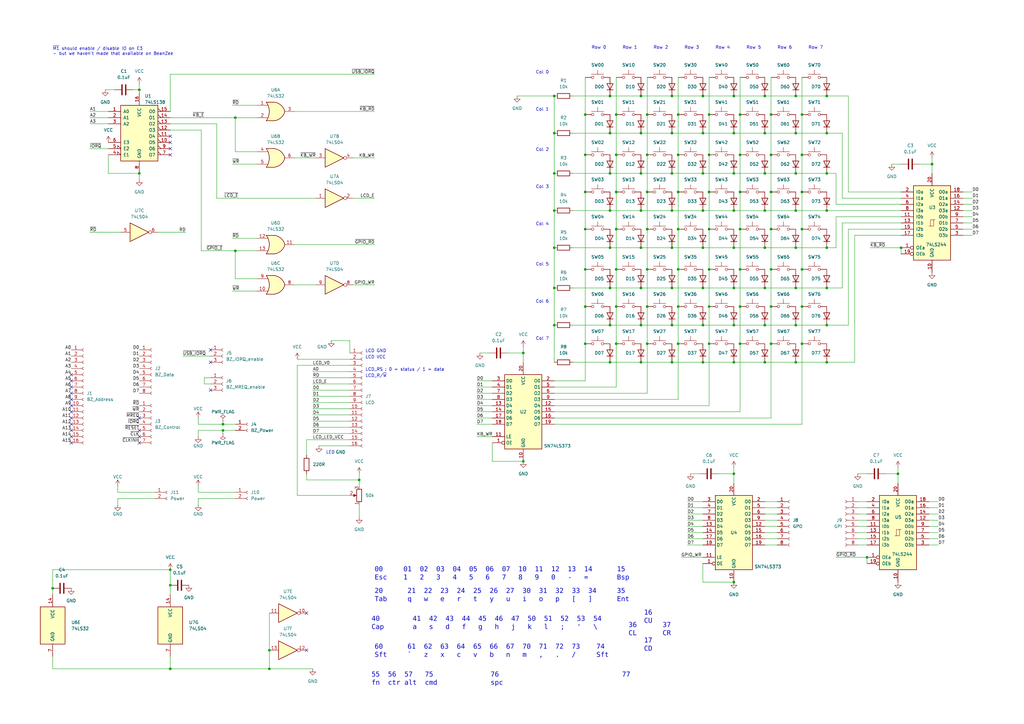
<source format=kicad_sch>
(kicad_sch (version 20230121) (generator eeschema)
  (paper "A3")
  (title_block (title "BeanBoard") (company "PainfulDiodes"))
  (junction (at 288.29 101.6))
  (junction (at 275.59 71.12))
  (junction (at 278.13 46.99))
  (junction (at 240.03 63.5))
  (junction (at 262.89 118.11))
  (junction (at 303.53 110.49))
  (junction (at 313.69 148.59))
  (junction (at 275.59 133.35))
  (junction (at 339.09 54.61))
  (junction (at 250.19 101.6))
  (junction (at 252.73 125.73))
  (junction (at 303.53 63.5))
  (junction (at 300.99 86.36))
  (junction (at 69.85 274.32))
  (junction (at 265.43 78.74))
  (junction (at 91.44 173.99))
  (junction (at 326.39 118.11))
  (junction (at 313.69 118.11))
  (junction (at 328.93 125.73))
  (junction (at 326.39 86.36))
  (junction (at 339.09 148.59))
  (junction (at 290.83 78.74))
  (junction (at 313.69 71.12))
  (junction (at 250.19 118.11))
  (junction (at 57.15 36.83))
  (junction (at 250.19 39.37))
  (junction (at 262.89 101.6))
  (junction (at 303.53 140.97))
  (junction (at 275.59 148.59))
  (junction (at 339.09 86.36))
  (junction (at 278.13 93.98))
  (junction (at 316.23 46.99))
  (junction (at 303.53 93.98))
  (junction (at 339.09 133.35))
  (junction (at 262.89 148.59))
  (junction (at 275.59 118.11))
  (junction (at 250.19 148.59))
  (junction (at 328.93 110.49))
  (junction (at 250.19 86.36))
  (junction (at 316.23 110.49))
  (junction (at 250.19 71.12))
  (junction (at 275.59 39.37))
  (junction (at 278.13 110.49))
  (junction (at 339.09 118.11))
  (junction (at 69.85 240.03))
  (junction (at 313.69 86.36))
  (junction (at 328.93 78.74))
  (junction (at 275.59 54.61))
  (junction (at 265.43 93.98))
  (junction (at 300.99 194.31))
  (junction (at 91.44 176.53))
  (junction (at 300.99 118.11))
  (junction (at 313.69 101.6))
  (junction (at 252.73 46.99))
  (junction (at 326.39 54.61))
  (junction (at 316.23 125.73))
  (junction (at 227.33 71.12))
  (junction (at 288.29 133.35))
  (junction (at 290.83 125.73))
  (junction (at 303.53 46.99))
  (junction (at 326.39 39.37))
  (junction (at 250.19 133.35))
  (junction (at 300.99 238.76))
  (junction (at 288.29 54.61))
  (junction (at 339.09 39.37))
  (junction (at 262.89 86.36))
  (junction (at 290.83 140.97))
  (junction (at 96.52 102.87))
  (junction (at 250.19 54.61))
  (junction (at 368.3 194.31))
  (junction (at 290.83 63.5))
  (junction (at 252.73 93.98))
  (junction (at 265.43 110.49))
  (junction (at 240.03 78.74))
  (junction (at 252.73 63.5))
  (junction (at 316.23 140.97))
  (junction (at 265.43 63.5))
  (junction (at 275.59 101.6))
  (junction (at 313.69 39.37))
  (junction (at 339.09 71.12))
  (junction (at 303.53 78.74))
  (junction (at 328.93 93.98))
  (junction (at 326.39 148.59))
  (junction (at 57.15 71.12))
  (junction (at 227.33 54.61))
  (junction (at 252.73 78.74))
  (junction (at 265.43 125.73))
  (junction (at 313.69 54.61))
  (junction (at 313.69 133.35))
  (junction (at 262.89 71.12))
  (junction (at 290.83 110.49))
  (junction (at 300.99 54.61))
  (junction (at 288.29 118.11))
  (junction (at 290.83 93.98))
  (junction (at 300.99 101.6))
  (junction (at 262.89 54.61))
  (junction (at 316.23 63.5))
  (junction (at 240.03 110.49))
  (junction (at 227.33 101.6))
  (junction (at 316.23 78.74))
  (junction (at 262.89 39.37))
  (junction (at 369.57 101.6))
  (junction (at 300.99 133.35))
  (junction (at 339.09 101.6))
  (junction (at 288.29 39.37))
  (junction (at 240.03 125.73))
  (junction (at 227.33 118.11))
  (junction (at 262.89 133.35))
  (junction (at 96.52 48.26))
  (junction (at 252.73 110.49))
  (junction (at 214.63 189.23))
  (junction (at 252.73 140.97))
  (junction (at 288.29 148.59))
  (junction (at 326.39 71.12))
  (junction (at 227.33 133.35))
  (junction (at 69.85 233.68))
  (junction (at 240.03 140.97))
  (junction (at 240.03 46.99))
  (junction (at 278.13 140.97))
  (junction (at 326.39 101.6))
  (junction (at 300.99 71.12))
  (junction (at 265.43 46.99))
  (junction (at 290.83 46.99))
  (junction (at 240.03 93.98))
  (junction (at 300.99 148.59))
  (junction (at 328.93 46.99))
  (junction (at 288.29 86.36))
  (junction (at 300.99 39.37))
  (junction (at 214.63 144.78))
  (junction (at 147.32 196.85))
  (junction (at 328.93 140.97))
  (junction (at 303.53 125.73))
  (junction (at 355.6 228.6))
  (junction (at 21.59 241.3))
  (junction (at 265.43 140.97))
  (junction (at 227.33 86.36))
  (junction (at 328.93 63.5))
  (junction (at 278.13 78.74))
  (junction (at 275.59 86.36))
  (junction (at 288.29 71.12))
  (junction (at 110.49 274.32))
  (junction (at 316.23 93.98))
  (junction (at 227.33 39.37))
  (junction (at 326.39 133.35))
  (junction (at 278.13 63.5))
  (junction (at 382.27 67.31))
  (junction (at 278.13 125.73))
  (junction (at 110.49 266.7))
  (no_connect (at 69.85 63.5))
  (no_connect (at 29.21 161.29))
  (no_connect (at 29.21 176.53))
  (no_connect (at 69.85 55.88))
  (no_connect (at 29.21 168.91))
  (no_connect (at 29.21 166.37))
  (no_connect (at 29.21 153.67))
  (no_connect (at 69.85 60.96))
  (no_connect (at 29.21 181.61))
  (no_connect (at 29.21 158.75))
  (no_connect (at 57.15 181.61))
  (no_connect (at 86.36 143.51))
  (no_connect (at 57.15 171.45))
  (no_connect (at 29.21 163.83))
  (no_connect (at 57.15 179.07))
  (no_connect (at 29.21 171.45))
  (no_connect (at 125.73 251.46))
  (no_connect (at 69.85 58.42))
  (no_connect (at 125.73 266.7))
  (no_connect (at 86.36 148.59))
  (no_connect (at 29.21 156.21))
  (no_connect (at 86.36 160.02))
  (no_connect (at 29.21 173.99))
  (no_connect (at 29.21 179.07))
  (no_connect (at 57.15 176.53))
  (wire (pts (xy 82.55 53.34) (xy 82.55 102.87)))
  (wire (pts (xy 281.94 213.36) (xy 288.29 213.36)))
  (wire (pts (xy 252.73 63.5) (xy 252.73 78.74)))
  (wire (pts (xy 316.23 110.49) (xy 316.23 125.73)))
  (wire (pts (xy 262.89 133.35) (xy 275.59 133.35)))
  (wire (pts (xy 394.97 96.52) (xy 398.78 96.52)))
  (wire (pts (xy 300.99 39.37) (xy 313.69 39.37)))
  (wire (pts (xy 252.73 140.97) (xy 252.73 158.75)))
  (wire (pts (xy 288.29 71.12) (xy 300.99 71.12)))
  (wire (pts (xy 120.65 64.77) (xy 129.54 64.77)))
  (wire (pts (xy 21.59 233.68) (xy 69.85 233.68)))
  (wire (pts (xy 195.58 168.91) (xy 201.93 168.91)))
  (wire (pts (xy 36.83 60.96) (xy 44.45 60.96)))
  (wire (pts (xy 275.59 71.12) (xy 288.29 71.12)))
  (wire (pts (xy 95.25 119.38) (xy 105.41 119.38)))
  (wire (pts (xy 227.33 86.36) (xy 227.33 101.6)))
  (wire (pts (xy 147.32 207.01) (xy 147.32 212.09)))
  (wire (pts (xy 279.4 228.6) (xy 288.29 228.6)))
  (wire (pts (xy 250.19 101.6) (xy 262.89 101.6)))
  (wire (pts (xy 83.82 157.48) (xy 86.36 157.48)))
  (wire (pts (xy 88.9 81.28) (xy 129.54 81.28)))
  (wire (pts (xy 227.33 118.11) (xy 227.33 133.35)))
  (wire (pts (xy 278.13 31.75) (xy 278.13 46.99)))
  (wire (pts (xy 288.29 101.6) (xy 300.99 101.6)))
  (wire (pts (xy 105.41 67.31) (xy 95.25 67.31)))
  (wire (pts (xy 195.58 173.99) (xy 201.93 173.99)))
  (wire (pts (xy 275.59 148.59) (xy 275.59 146.05)))
  (wire (pts (xy 227.33 171.45) (xy 316.23 171.45)))
  (wire (pts (xy 227.33 168.91) (xy 303.53 168.91)))
  (wire (pts (xy 128.27 165.1) (xy 143.51 165.1)))
  (wire (pts (xy 300.99 71.12) (xy 313.69 71.12)))
  (wire (pts (xy 351.79 220.98) (xy 355.6 220.98)))
  (wire (pts (xy 81.28 176.53) (xy 91.44 176.53)))
  (wire (pts (xy 316.23 125.73) (xy 316.23 140.97)))
  (wire (pts (xy 339.09 86.36) (xy 369.57 86.36)))
  (wire (pts (xy 195.58 158.75) (xy 201.93 158.75)))
  (wire (pts (xy 144.78 81.28) (xy 153.67 81.28)))
  (wire (pts (xy 234.95 101.6) (xy 250.19 101.6)))
  (wire (pts (xy 381 213.36) (xy 384.81 213.36)))
  (wire (pts (xy 363.22 194.31) (xy 368.3 194.31)))
  (wire (pts (xy 105.41 97.79) (xy 95.25 97.79)))
  (wire (pts (xy 240.03 63.5) (xy 240.03 78.74)))
  (wire (pts (xy 128.27 167.64) (xy 143.51 167.64)))
  (wire (pts (xy 278.13 46.99) (xy 278.13 63.5)))
  (wire (pts (xy 135.89 139.7) (xy 143.51 139.7)))
  (wire (pts (xy 195.58 163.83) (xy 201.93 163.83)))
  (wire (pts (xy 275.59 86.36) (xy 288.29 86.36)))
  (wire (pts (xy 313.69 205.74) (xy 318.77 205.74)))
  (wire (pts (xy 227.33 158.75) (xy 252.73 158.75)))
  (wire (pts (xy 128.27 175.26) (xy 143.51 175.26)))
  (wire (pts (xy 339.09 101.6) (xy 342.9 101.6)))
  (wire (pts (xy 351.79 205.74) (xy 355.6 205.74)))
  (wire (pts (xy 81.28 204.47) (xy 81.28 207.01)))
  (wire (pts (xy 201.93 181.61) (xy 201.93 189.23)))
  (wire (pts (xy 69.85 240.03) (xy 69.85 243.84)))
  (wire (pts (xy 326.39 148.59) (xy 339.09 148.59)))
  (wire (pts (xy 316.23 31.75) (xy 316.23 46.99)))
  (wire (pts (xy 21.59 269.24) (xy 21.59 274.32)))
  (wire (pts (xy 381 215.9) (xy 384.81 215.9)))
  (wire (pts (xy 351.79 194.31) (xy 355.6 194.31)))
  (wire (pts (xy 281.94 220.98) (xy 288.29 220.98)))
  (wire (pts (xy 57.15 73.66) (xy 57.15 71.12)))
  (wire (pts (xy 195.58 179.07) (xy 201.93 179.07)))
  (wire (pts (xy 121.92 203.2) (xy 121.92 149.86)))
  (wire (pts (xy 36.83 45.72) (xy 44.45 45.72)))
  (wire (pts (xy 195.58 161.29) (xy 201.93 161.29)))
  (wire (pts (xy 252.73 78.74) (xy 252.73 93.98)))
  (wire (pts (xy 48.26 199.39) (xy 48.26 201.93)))
  (wire (pts (xy 105.41 48.26) (xy 96.52 48.26)))
  (wire (pts (xy 110.49 274.32) (xy 128.27 274.32)))
  (wire (pts (xy 130.81 182.88) (xy 143.51 182.88)))
  (wire (pts (xy 265.43 46.99) (xy 265.43 63.5)))
  (wire (pts (xy 81.28 173.99) (xy 91.44 173.99)))
  (wire (pts (xy 128.27 177.8) (xy 143.51 177.8)))
  (wire (pts (xy 290.83 93.98) (xy 290.83 110.49)))
  (wire (pts (xy 278.13 93.98) (xy 278.13 110.49)))
  (wire (pts (xy 36.83 50.8) (xy 44.45 50.8)))
  (wire (pts (xy 147.32 196.85) (xy 147.32 199.39)))
  (wire (pts (xy 278.13 78.74) (xy 278.13 93.98)))
  (wire (pts (xy 195.58 156.21) (xy 201.93 156.21)))
  (wire (pts (xy 240.03 93.98) (xy 240.03 110.49)))
  (wire (pts (xy 288.29 86.36) (xy 300.99 86.36)))
  (wire (pts (xy 227.33 39.37) (xy 227.33 54.61)))
  (wire (pts (xy 144.78 116.84) (xy 153.67 116.84)))
  (wire (pts (xy 69.85 30.48) (xy 153.67 30.48)))
  (wire (pts (xy 281.94 205.74) (xy 288.29 205.74)))
  (wire (pts (xy 48.26 204.47) (xy 48.26 207.01)))
  (wire (pts (xy 91.44 177.8) (xy 91.44 176.53)))
  (wire (pts (xy 240.03 125.73) (xy 240.03 140.97)))
  (wire (pts (xy 288.29 133.35) (xy 300.99 133.35)))
  (wire (pts (xy 69.85 53.34) (xy 82.55 53.34)))
  (wire (pts (xy 381 205.74) (xy 384.81 205.74)))
  (wire (pts (xy 303.53 93.98) (xy 303.53 110.49)))
  (wire (pts (xy 368.3 191.77) (xy 368.3 194.31)))
  (wire (pts (xy 313.69 148.59) (xy 326.39 148.59)))
  (wire (pts (xy 281.94 223.52) (xy 288.29 223.52)))
  (wire (pts (xy 345.44 91.44) (xy 345.44 118.11)))
  (wire (pts (xy 214.63 144.78) (xy 214.63 148.59)))
  (wire (pts (xy 351.79 213.36) (xy 355.6 213.36)))
  (wire (pts (xy 316.23 171.45) (xy 316.23 140.97)))
  (wire (pts (xy 265.43 110.49) (xy 265.43 125.73)))
  (wire (pts (xy 250.19 71.12) (xy 262.89 71.12)))
  (wire (pts (xy 394.97 88.9) (xy 398.78 88.9)))
  (wire (pts (xy 326.39 101.6) (xy 339.09 101.6)))
  (wire (pts (xy 275.59 118.11) (xy 288.29 118.11)))
  (wire (pts (xy 262.89 86.36) (xy 275.59 86.36)))
  (wire (pts (xy 326.39 54.61) (xy 339.09 54.61)))
  (wire (pts (xy 342.9 83.82) (xy 342.9 71.12)))
  (wire (pts (xy 278.13 63.5) (xy 278.13 78.74)))
  (wire (pts (xy 265.43 63.5) (xy 265.43 78.74)))
  (wire (pts (xy 36.83 95.25) (xy 49.53 95.25)))
  (wire (pts (xy 125.73 194.31) (xy 125.73 196.85)))
  (wire (pts (xy 300.99 191.77) (xy 300.99 194.31)))
  (wire (pts (xy 125.73 196.85) (xy 147.32 196.85)))
  (wire (pts (xy 227.33 161.29) (xy 265.43 161.29)))
  (wire (pts (xy 290.83 166.37) (xy 290.83 140.97)))
  (wire (pts (xy 350.52 96.52) (xy 350.52 148.59)))
  (wire (pts (xy 262.89 101.6) (xy 275.59 101.6)))
  (wire (pts (xy 48.26 201.93) (xy 63.5 201.93)))
  (wire (pts (xy 281.94 210.82) (xy 288.29 210.82)))
  (wire (pts (xy 81.28 171.45) (xy 81.28 173.99)))
  (wire (pts (xy 240.03 110.49) (xy 240.03 125.73)))
  (wire (pts (xy 120.65 45.72) (xy 153.67 45.72)))
  (wire (pts (xy 234.95 54.61) (xy 250.19 54.61)))
  (wire (pts (xy 96.52 114.3) (xy 96.52 102.87)))
  (wire (pts (xy 328.93 31.75) (xy 328.93 46.99)))
  (wire (pts (xy 294.64 194.31) (xy 300.99 194.31)))
  (wire (pts (xy 288.29 231.14) (xy 288.29 238.76)))
  (wire (pts (xy 303.53 110.49) (xy 303.53 125.73)))
  (wire (pts (xy 121.92 149.86) (xy 143.51 149.86)))
  (wire (pts (xy 328.93 46.99) (xy 328.93 63.5)))
  (wire (pts (xy 196.85 144.78) (xy 200.66 144.78)))
  (wire (pts (xy 288.29 54.61) (xy 300.99 54.61)))
  (wire (pts (xy 328.93 125.73) (xy 328.93 140.97)))
  (wire (pts (xy 262.89 148.59) (xy 275.59 148.59)))
  (wire (pts (xy 201.93 189.23) (xy 214.63 189.23)))
  (wire (pts (xy 381 208.28) (xy 384.81 208.28)))
  (wire (pts (xy 275.59 101.6) (xy 288.29 101.6)))
  (wire (pts (xy 303.53 168.91) (xy 303.53 140.97)))
  (wire (pts (xy 227.33 156.21) (xy 240.03 156.21)))
  (wire (pts (xy 275.59 54.61) (xy 288.29 54.61)))
  (wire (pts (xy 351.79 210.82) (xy 355.6 210.82)))
  (wire (pts (xy 105.41 62.23) (xy 96.52 62.23)))
  (wire (pts (xy 265.43 78.74) (xy 265.43 93.98)))
  (wire (pts (xy 234.95 71.12) (xy 250.19 71.12)))
  (wire (pts (xy 288.29 148.59) (xy 300.99 148.59)))
  (wire (pts (xy 300.99 86.36) (xy 313.69 86.36)))
  (wire (pts (xy 144.78 64.77) (xy 153.67 64.77)))
  (wire (pts (xy 290.83 31.75) (xy 290.83 46.99)))
  (wire (pts (xy 96.52 48.26) (xy 96.52 62.23)))
  (wire (pts (xy 227.33 173.99) (xy 328.93 173.99)))
  (wire (pts (xy 313.69 208.28) (xy 318.77 208.28)))
  (wire (pts (xy 300.99 148.59) (xy 313.69 148.59)))
  (wire (pts (xy 265.43 93.98) (xy 265.43 110.49)))
  (wire (pts (xy 313.69 54.61) (xy 326.39 54.61)))
  (wire (pts (xy 313.69 223.52) (xy 318.77 223.52)))
  (wire (pts (xy 43.18 36.83) (xy 46.99 36.83)))
  (wire (pts (xy 355.6 228.6) (xy 355.6 231.14)))
  (wire (pts (xy 351.79 223.52) (xy 355.6 223.52)))
  (wire (pts (xy 313.69 215.9) (xy 318.77 215.9)))
  (wire (pts (xy 69.85 274.32) (xy 110.49 274.32)))
  (wire (pts (xy 21.59 233.68) (xy 21.59 241.3)))
  (wire (pts (xy 44.45 71.12) (xy 57.15 71.12)))
  (wire (pts (xy 326.39 86.36) (xy 339.09 86.36)))
  (wire (pts (xy 252.73 110.49) (xy 252.73 125.73)))
  (wire (pts (xy 290.83 46.99) (xy 290.83 63.5)))
  (wire (pts (xy 369.57 83.82) (xy 342.9 83.82)))
  (wire (pts (xy 91.44 173.99) (xy 96.52 173.99)))
  (wire (pts (xy 342.9 228.6) (xy 355.6 228.6)))
  (wire (pts (xy 262.89 39.37) (xy 275.59 39.37)))
  (wire (pts (xy 240.03 46.99) (xy 240.03 63.5)))
  (wire (pts (xy 313.69 218.44) (xy 318.77 218.44)))
  (wire (pts (xy 377.19 67.31) (xy 382.27 67.31)))
  (wire (pts (xy 227.33 101.6) (xy 227.33 118.11)))
  (wire (pts (xy 290.83 110.49) (xy 290.83 125.73)))
  (wire (pts (xy 275.59 133.35) (xy 288.29 133.35)))
  (wire (pts (xy 381 223.52) (xy 384.81 223.52)))
  (wire (pts (xy 342.9 71.12) (xy 339.09 71.12)))
  (wire (pts (xy 44.45 63.5) (xy 44.45 71.12)))
  (wire (pts (xy 290.83 125.73) (xy 290.83 140.97)))
  (wire (pts (xy 21.59 241.3) (xy 21.59 243.84)))
  (wire (pts (xy 339.09 118.11) (xy 345.44 118.11)))
  (wire (pts (xy 21.59 274.32) (xy 69.85 274.32)))
  (wire (pts (xy 381 210.82) (xy 384.81 210.82)))
  (wire (pts (xy 313.69 101.6) (xy 326.39 101.6)))
  (wire (pts (xy 394.97 78.74) (xy 398.78 78.74)))
  (wire (pts (xy 227.33 133.35) (xy 227.33 148.59)))
  (wire (pts (xy 278.13 163.83) (xy 278.13 140.97)))
  (wire (pts (xy 300.99 194.31) (xy 300.99 198.12)))
  (wire (pts (xy 234.95 148.59) (xy 250.19 148.59)))
  (wire (pts (xy 195.58 171.45) (xy 201.93 171.45)))
  (wire (pts (xy 83.82 154.94) (xy 83.82 157.48)))
  (wire (pts (xy 303.53 125.73) (xy 303.53 140.97)))
  (wire (pts (xy 128.27 172.72) (xy 143.51 172.72)))
  (wire (pts (xy 300.99 54.61) (xy 313.69 54.61)))
  (wire (pts (xy 234.95 39.37) (xy 250.19 39.37)))
  (wire (pts (xy 125.73 186.69) (xy 125.73 180.34)))
  (wire (pts (xy 381 220.98) (xy 384.81 220.98)))
  (wire (pts (xy 369.57 81.28) (xy 345.44 81.28)))
  (wire (pts (xy 369.57 88.9) (xy 342.9 88.9)))
  (wire (pts (xy 351.79 218.44) (xy 355.6 218.44)))
  (wire (pts (xy 313.69 71.12) (xy 326.39 71.12)))
  (wire (pts (xy 214.63 142.24) (xy 214.63 144.78)))
  (wire (pts (xy 234.95 133.35) (xy 250.19 133.35)))
  (wire (pts (xy 290.83 78.74) (xy 290.83 93.98)))
  (wire (pts (xy 288.29 118.11) (xy 300.99 118.11)))
  (wire (pts (xy 275.59 39.37) (xy 288.29 39.37)))
  (wire (pts (xy 69.85 45.72) (xy 69.85 30.48)))
  (wire (pts (xy 110.49 266.7) (xy 110.49 274.32)))
  (wire (pts (xy 91.44 176.53) (xy 96.52 176.53)))
  (wire (pts (xy 316.23 63.5) (xy 316.23 78.74)))
  (wire (pts (xy 328.93 78.74) (xy 328.93 93.98)))
  (wire (pts (xy 381 218.44) (xy 384.81 218.44)))
  (wire (pts (xy 120.65 100.33) (xy 153.67 100.33)))
  (wire (pts (xy 54.61 36.83) (xy 57.15 36.83)))
  (wire (pts (xy 313.69 118.11) (xy 326.39 118.11)))
  (wire (pts (xy 303.53 46.99) (xy 303.53 63.5)))
  (wire (pts (xy 95.25 43.18) (xy 105.41 43.18)))
  (wire (pts (xy 227.33 166.37) (xy 290.83 166.37)))
  (wire (pts (xy 74.93 146.05) (xy 86.36 146.05)))
  (wire (pts (xy 369.57 78.74) (xy 347.98 78.74)))
  (wire (pts (xy 326.39 133.35) (xy 339.09 133.35)))
  (wire (pts (xy 128.27 170.18) (xy 143.51 170.18)))
  (wire (pts (xy 313.69 133.35) (xy 326.39 133.35)))
  (wire (pts (xy 394.97 93.98) (xy 398.78 93.98)))
  (wire (pts (xy 234.95 86.36) (xy 250.19 86.36)))
  (wire (pts (xy 227.33 71.12) (xy 227.33 86.36)))
  (wire (pts (xy 328.93 93.98) (xy 328.93 110.49)))
  (wire (pts (xy 128.27 152.4) (xy 143.51 152.4)))
  (wire (pts (xy 281.94 218.44) (xy 288.29 218.44)))
  (wire (pts (xy 250.19 148.59) (xy 262.89 148.59)))
  (wire (pts (xy 265.43 125.73) (xy 265.43 140.97)))
  (wire (pts (xy 96.52 102.87) (xy 105.41 102.87)))
  (wire (pts (xy 129.54 116.84) (xy 120.65 116.84)))
  (wire (pts (xy 240.03 31.75) (xy 240.03 46.99)))
  (wire (pts (xy 369.57 101.6) (xy 369.57 104.14)))
  (wire (pts (xy 316.23 78.74) (xy 316.23 93.98)))
  (wire (pts (xy 250.19 54.61) (xy 262.89 54.61)))
  (wire (pts (xy 105.41 114.3) (xy 96.52 114.3)))
  (wire (pts (xy 288.29 238.76) (xy 300.99 238.76)))
  (wire (pts (xy 328.93 173.99) (xy 328.93 140.97)))
  (wire (pts (xy 48.26 204.47) (xy 63.5 204.47)))
  (wire (pts (xy 328.93 110.49) (xy 328.93 125.73)))
  (wire (pts (xy 326.39 71.12) (xy 339.09 71.12)))
  (wire (pts (xy 128.27 162.56) (xy 143.51 162.56)))
  (wire (pts (xy 143.51 139.7) (xy 143.51 144.78)))
  (wire (pts (xy 275.59 148.59) (xy 288.29 148.59)))
  (wire (pts (xy 227.33 163.83) (xy 278.13 163.83)))
  (wire (pts (xy 128.27 157.48) (xy 143.51 157.48)))
  (wire (pts (xy 234.95 118.11) (xy 250.19 118.11)))
  (wire (pts (xy 250.19 86.36) (xy 262.89 86.36)))
  (wire (pts (xy 369.57 91.44) (xy 345.44 91.44)))
  (wire (pts (xy 303.53 78.74) (xy 303.53 93.98)))
  (wire (pts (xy 345.44 81.28) (xy 345.44 54.61)))
  (wire (pts (xy 369.57 96.52) (xy 350.52 96.52)))
  (wire (pts (xy 347.98 93.98) (xy 347.98 133.35)))
  (wire (pts (xy 57.15 34.29) (xy 57.15 36.83)))
  (wire (pts (xy 81.28 199.39) (xy 81.28 201.93)))
  (wire (pts (xy 265.43 140.97) (xy 265.43 161.29)))
  (wire (pts (xy 147.32 194.31) (xy 147.32 196.85)))
  (wire (pts (xy 265.43 31.75) (xy 265.43 46.99)))
  (wire (pts (xy 252.73 93.98) (xy 252.73 110.49)))
  (wire (pts (xy 252.73 31.75) (xy 252.73 46.99)))
  (wire (pts (xy 300.99 133.35) (xy 313.69 133.35)))
  (wire (pts (xy 69.85 50.8) (xy 88.9 50.8)))
  (wire (pts (xy 252.73 46.99) (xy 252.73 63.5)))
  (wire (pts (xy 69.85 48.26) (xy 96.52 48.26)))
  (wire (pts (xy 300.99 118.11) (xy 313.69 118.11)))
  (wire (pts (xy 240.03 140.97) (xy 240.03 156.21)))
  (wire (pts (xy 394.97 81.28) (xy 398.78 81.28)))
  (wire (pts (xy 351.79 215.9) (xy 355.6 215.9)))
  (wire (pts (xy 339.09 54.61) (xy 345.44 54.61)))
  (wire (pts (xy 339.09 133.35) (xy 347.98 133.35)))
  (wire (pts (xy 316.23 93.98) (xy 316.23 110.49)))
  (wire (pts (xy 382.27 67.31) (xy 382.27 71.12)))
  (wire (pts (xy 339.09 39.37) (xy 347.98 39.37)))
  (wire (pts (xy 351.79 208.28) (xy 355.6 208.28)))
  (wire (pts (xy 394.97 91.44) (xy 398.78 91.44)))
  (wire (pts (xy 69.85 233.68) (xy 69.85 240.03)))
  (wire (pts (xy 369.57 93.98) (xy 347.98 93.98)))
  (wire (pts (xy 128.27 160.02) (xy 143.51 160.02)))
  (wire (pts (xy 356.87 101.6) (xy 369.57 101.6)))
  (wire (pts (xy 240.03 78.74) (xy 240.03 93.98)))
  (wire (pts (xy 36.83 48.26) (xy 44.45 48.26)))
  (wire (pts (xy 262.89 54.61) (xy 275.59 54.61)))
  (wire (pts (xy 281.94 208.28) (xy 288.29 208.28)))
  (wire (pts (xy 275.59 101.6) (xy 275.59 99.06)))
  (wire (pts (xy 250.19 39.37) (xy 262.89 39.37)))
  (wire (pts (xy 328.93 63.5) (xy 328.93 78.74)))
  (wire (pts (xy 394.97 83.82) (xy 398.78 83.82)))
  (wire (pts (xy 313.69 39.37) (xy 326.39 39.37)))
  (wire (pts (xy 57.15 36.83) (xy 57.15 38.1)))
  (wire (pts (xy 339.09 148.59) (xy 350.52 148.59)))
  (wire (pts (xy 313.69 213.36) (xy 318.77 213.36)))
  (wire (pts (xy 64.77 95.25) (xy 76.2 95.25)))
  (wire (pts (xy 81.28 176.53) (xy 81.28 179.07)))
  (wire (pts (xy 303.53 31.75) (xy 303.53 46.99)))
  (wire (pts (xy 262.89 71.12) (xy 275.59 71.12)))
  (wire (pts (xy 326.39 39.37) (xy 339.09 39.37)))
  (wire (pts (xy 394.97 86.36) (xy 398.78 86.36)))
  (wire (pts (xy 300.99 101.6) (xy 313.69 101.6)))
  (wire (pts (xy 143.51 203.2) (xy 121.92 203.2)))
  (wire (pts (xy 365.76 67.31) (xy 369.57 67.31)))
  (wire (pts (xy 81.28 201.93) (xy 96.52 201.93)))
  (wire (pts (xy 313.69 86.36) (xy 326.39 86.36)))
  (wire (pts (xy 313.69 220.98) (xy 318.77 220.98)))
  (wire (pts (xy 303.53 63.5) (xy 303.53 78.74)))
  (wire (pts (xy 278.13 110.49) (xy 278.13 125.73)))
  (wire (pts (xy 288.29 39.37) (xy 300.99 39.37)))
  (wire (pts (xy 81.28 204.47) (xy 96.52 204.47)))
  (wire (pts (xy 283.21 194.31) (xy 287.02 194.31)))
  (wire (pts (xy 262.89 118.11) (xy 275.59 118.11)))
  (wire (pts (xy 125.73 180.34) (xy 143.51 180.34)))
  (wire (pts (xy 252.73 125.73) (xy 252.73 140.97)))
  (wire (pts (xy 281.94 215.9) (xy 288.29 215.9)))
  (wire (pts (xy 128.27 154.94) (xy 143.51 154.94)))
  (wire (pts (xy 110.49 251.46) (xy 110.49 266.7)))
  (wire (pts (xy 290.83 63.5) (xy 290.83 78.74)))
  (wire (pts (xy 347.98 78.74) (xy 347.98 39.37)))
  (wire (pts (xy 121.92 147.32) (xy 143.51 147.32)))
  (wire (pts (xy 208.28 144.78) (xy 214.63 144.78)))
  (wire (pts (xy 382.27 64.77) (xy 382.27 67.31)))
  (wire (pts (xy 250.19 133.35) (xy 262.89 133.35)))
  (wire (pts (xy 313.69 210.82) (xy 318.77 210.82)))
  (wire (pts (xy 195.58 166.37) (xy 201.93 166.37)))
  (wire (pts (xy 88.9 50.8) (xy 88.9 81.28)))
  (wire (pts (xy 342.9 88.9) (xy 342.9 101.6)))
  (wire (pts (xy 316.23 46.99) (xy 316.23 63.5)))
  (wire (pts (xy 368.3 194.31) (xy 368.3 198.12)))
  (wire (pts (xy 91.44 172.72) (xy 91.44 173.99)))
  (wire (pts (xy 69.85 269.24) (xy 69.85 274.32)))
  (wire (pts (xy 326.39 118.11) (xy 339.09 118.11)))
  (wire (pts (xy 212.09 39.37) (xy 227.33 39.37)))
  (wire (pts (xy 278.13 125.73) (xy 278.13 140.97)))
  (wire (pts (xy 82.55 102.87) (xy 96.52 102.87)))
  (wire (pts (xy 250.19 118.11) (xy 262.89 118.11)))
  (wire (pts (xy 227.33 54.61) (xy 227.33 71.12)))
  (wire (pts (xy 83.82 154.94) (xy 86.36 154.94)))
  (text "Row 0" (at 242.57 20.32 0) (effects (font (size 1.27 1.27)) (justify left bottom)))
  (text "~{M1} should enable / disable IO on E3\n- but we haven't made that available on BeanZee" (at 21.59 22.86 0) (effects (font (size 1.27 1.27)) (justify left bottom)))
  (text "Col 3" (at 219.71 77.47 0) (effects (font (size 1.27 1.27)) (justify left bottom)))
  (text "36\nCL\n" (at 257.81 261.62 0) (effects (font (size 2 2)) (justify left bottom)))
  (text "LED" (at 133.6904 186.3846 0) (effects (font (size 1.27 1.27)) (justify left bottom)))
  (text "LCD_R/~{W}" (at 149.86 154.94 0) (effects (font (size 1.27 1.27)) (justify left bottom)))
  (text "LCD_RS : 0 = status / 1 = data" (at 149.86 152.4 0) (effects (font (size 1.27 1.27)) (justify left bottom)))
  (text "Col 1" (at 219.71 45.72 0) (effects (font (size 1.27 1.27)) (justify left bottom)))
  (text "00     01  02  03  04  05  06  07  10  11  12  13  14      15\nEsc    1   2   3   4   5   6   7   8   9   0   -   =       Bsp\n" (at 153.67 238.76 0) (effects (font (size 2 2)) (justify left bottom)))
  (text "Col 6" (at 219.71 124.46 0) (effects (font (size 1.27 1.27)) (justify left bottom)))
  (text "Row 7" (at 331.47 20.32 0) (effects (font (size 1.27 1.27)) (justify left bottom)))
  (text "Row 1" (at 255.27 20.32 0) (effects (font (size 1.27 1.27)) (justify left bottom)))
  (text "LCD GND" (at 149.86 144.78 0) (effects (font (size 1.27 1.27)) (justify left bottom)))
  (text "20      21  22  23  24  25  26  27  30  31  32  33  34     35\nTab     q   w   e   r   t   y   u   i   o   p   [   ]      Ent\n" (at 153.67 247.65 0) (effects (font (size 2 2)) (justify left bottom)))
  (text "60      61  62  63  64  65  66  67  70  71  72  73    74\nSft     `   z   x   c   v   b   n   m   ,   .   /     Sft \n" (at 153.67 270.51 0) (effects (font (size 2 2)) (justify left bottom)))
  (text "40        41  42  43  44  45  46  47  50  51  52  53  54\nCap       a   s   d   f   g   h   j   k   l   ;   '   \\\n" (at 152.4 259.08 0) (effects (font (size 2 2)) (justify left bottom)))
  (text "37\nCR\n" (at 271.78 261.62 0) (effects (font (size 2 2)) (justify left bottom)))
  (text "Row 5" (at 306.07 20.32 0) (effects (font (size 1.27 1.27)) (justify left bottom)))
  (text "Col 5" (at 219.71 109.22 0) (effects (font (size 1.27 1.27)) (justify left bottom)))
  (text "LCD VCC" (at 149.86 147.32 0) (effects (font (size 1.27 1.27)) (justify left bottom)))
  (text "Col 0" (at 219.71 30.48 0) (effects (font (size 1.27 1.27)) (justify left bottom)))
  (text "Row 6" (at 318.77 20.32 0) (effects (font (size 1.27 1.27)) (justify left bottom)))
  (text "Col 2" (at 219.71 62.23 0) (effects (font (size 1.27 1.27)) (justify left bottom)))
  (text "Row 3" (at 280.67 20.32 0) (effects (font (size 1.27 1.27)) (justify left bottom)))
  (text "Col 4" (at 219.71 92.71 0) (effects (font (size 1.27 1.27)) (justify left bottom)))
  (text "Col 7\n" (at 219.71 139.7 0) (effects (font (size 1.27 1.27)) (justify left bottom)))
  (text "16\nCU\n" (at 264.16 256.54 0) (effects (font (size 2 2)) (justify left bottom)))
  (text "Row 4" (at 293.37 20.32 0) (effects (font (size 1.27 1.27)) (justify left bottom)))
  (text "17\nCD\n" (at 264.16 267.97 0) (effects (font (size 2 2)) (justify left bottom)))
  (text "55  56  57   75              76                              77  \nfn  ctr alt  cmd             spc                " (at 152.4 281.94 0) (effects (font (size 2 2)) (justify left bottom)))
  (text "Row 2" (at 267.97 20.32 0) (effects (font (size 1.27 1.27)) (justify left bottom)))
  (label "D5" (at 128.27 172.72 0))
  (label "D1" (at 128.27 162.56 0))
  (label "~{GPIO_RD}" (at 342.9 228.6 0))
  (label "D6" (at 128.27 175.26 0))
  (label "D2" (at 281.94 210.82 0))
  (label "D7" (at 281.94 223.52 0))
  (label "A3" (at 36.83 50.8 0))
  (label "LCD_V0" (at 128.27 149.86 0))
  (label "~{LCD_E}" (at 97.79 81.28 180))
  (label "~{WR}" (at 57.15 168.91 180))
  (label "~{WR}" (at 95.25 119.38 0))
  (label "~{USB_IORQ}" (at 153.67 30.48 180))
  (label "A5" (at 29.21 156.21 180))
  (label "D4" (at 398.78 88.9 0))
  (label "D6" (at 384.81 220.98 0))
  (label "D2" (at 128.27 165.1 0))
  (label "~{RESET}" (at 57.15 176.53 180))
  (label "D0" (at 57.15 143.51 180))
  (label "~{WR}" (at 95.25 67.31 0))
  (label "D5" (at 57.15 156.21 180))
  (label "D3" (at 398.78 86.36 0))
  (label "D3" (at 195.58 163.83 0))
  (label "D7" (at 384.81 223.52 0))
  (label "A4" (at 29.21 153.67 180))
  (label "~{KB_RD}" (at 153.67 45.72 180))
  (label "GPIO_WR" (at 153.67 116.84 180))
  (label "D1" (at 195.58 158.75 0))
  (label "D0" (at 281.94 205.74 0))
  (label "A1" (at 36.83 45.72 0))
  (label "D7" (at 128.27 177.8 0))
  (label "~{GPIO_RD}" (at 153.67 100.33 180))
  (label "A2" (at 36.83 48.26 0))
  (label "~{RD}" (at 36.83 95.25 0))
  (label "D4" (at 57.15 153.67 180))
  (label "D1" (at 384.81 208.28 0))
  (label "D0" (at 384.81 205.74 0))
  (label "D6" (at 195.58 171.45 0))
  (label "A11" (at 29.21 171.45 180))
  (label "RD" (at 76.2 95.25 180))
  (label "~{KB_RD}" (at 356.87 101.6 0))
  (label "D4" (at 281.94 215.9 0))
  (label "D3" (at 128.27 167.64 0))
  (label "~{RD}" (at 95.25 97.79 0))
  (label "D1" (at 57.15 146.05 180))
  (label "D0" (at 195.58 156.21 0))
  (label "~{GPIO_E}" (at 91.44 102.87 180))
  (label "A9" (at 29.21 166.37 180))
  (label "A2" (at 29.21 148.59 180))
  (label "A14" (at 29.21 179.07 180))
  (label "~{CLK}" (at 57.15 179.07 180))
  (label "LCD_E" (at 128.27 157.48 0))
  (label "~{IORQ}" (at 36.83 60.96 0))
  (label "D2" (at 57.15 148.59 180))
  (label "A12" (at 29.21 173.99 180))
  (label "~{IORQ}" (at 57.15 173.99 180))
  (label "D6" (at 57.15 158.75 180))
  (label "D3" (at 281.94 213.36 0))
  (label "A3" (at 29.21 151.13 180))
  (label "A10" (at 29.21 168.91 180))
  (label "LCD_E" (at 153.67 81.28 180))
  (label "D5" (at 398.78 91.44 0))
  (label "D7" (at 57.15 161.29 180))
  (label "A1" (at 29.21 146.05 180))
  (label "D4" (at 128.27 170.18 0))
  (label "A8" (at 29.21 163.83 180))
  (label "D3" (at 57.15 151.13 180))
  (label "D7" (at 195.58 173.99 0))
  (label "D1" (at 281.94 208.28 0))
  (label "D2" (at 398.78 83.82 0))
  (label "~{MREQ}" (at 57.15 171.45 180))
  (label "~{RD}" (at 57.15 166.37 180))
  (label "D5" (at 384.81 218.44 0))
  (label "D7" (at 398.78 96.52 0))
  (label "D3" (at 384.81 213.36 0))
  (label "A13" (at 29.21 176.53 180))
  (label "D6" (at 398.78 93.98 0))
  (label "~{KB_WR}" (at 129.54 64.77 180))
  (label "~{RD}" (at 95.25 43.18 0))
  (label "KB_WR" (at 153.67 64.77 180))
  (label "D4" (at 195.58 166.37 0))
  (label "D0" (at 128.27 160.02 0))
  (label "A6" (at 29.21 158.75 180))
  (label "D1" (at 398.78 81.28 0))
  (label "LCD_LED_VCC" (at 128.27 180.34 0))
  (label "D6" (at 281.94 220.98 0))
  (label "A0" (at 29.21 143.51 180))
  (label "~{CLKINH}" (at 57.15 181.61 180))
  (label "A0" (at 128.27 152.4 0))
  (label "~{USB_IORQ}" (at 74.93 146.05 0))
  (label "KB_WR" (at 195.58 179.07 0))
  (label "GPIO_WR" (at 279.4 228.6 0))
  (label "D5" (at 281.94 218.44 0))
  (label "A15" (at 29.21 181.61 180))
  (label "~{KB_E}" (at 83.82 48.26 180))
  (label "A7" (at 29.21 161.29 180))
  (label "D2" (at 195.58 161.29 0))
  (label "D0" (at 398.78 78.74 0))
  (label "D5" (at 195.58 168.91 0))
  (label "D4" (at 384.81 215.9 0))
  (label "D2" (at 384.81 210.82 0))
  (label "RD" (at 128.27 154.94 0))
  (symbol (lib_id "Switch:SW_Push") (at 245.11 93.98 0) (unit 1)
    (property "Reference" "SW04" (at 245.11 88.9 0))
    (property "Value" "SW_Push_45deg" (effects hide))
    (property "Footprint" "SW_B3F-4000_OMR:SW_B3F-4000_OMR" (effects hide))
  )
  (symbol (lib_id "Diode:1N4148") (at 339.09 144.78 90) (unit 1)
    (property "Reference" "D77" (at 332.74 144.78 90) (effects (justify right)))
    (property "Value" "1N4148" (effects hide))
    (property "Footprint" "Diode_THT:D_DO-35_SOD27_P7.62mm_Horizontal" (effects hide))
    (property "Datasheet" "https://assets.nexperia.com/documents/data-sheet/1N4148_1N4448.pdf" (effects hide))
    (property "Sim.Device" "D" (effects hide))
    (property "Sim.Pins" "1=K 2=A" (effects hide))
  )
  (symbol (lib_id "Diode:1N4148") (at 313.69 129.54 90) (unit 1)
    (property "Reference" "D56" (at 307.34 129.54 90) (effects (justify right)))
    (property "Value" "1N4148" (effects hide))
    (property "Footprint" "Diode_THT:D_DO-35_SOD27_P7.62mm_Horizontal" (effects hide))
    (property "Datasheet" "https://assets.nexperia.com/documents/data-sheet/1N4148_1N4448.pdf" (effects hide))
    (property "Sim.Device" "D" (effects hide))
    (property "Sim.Pins" "1=K 2=A" (effects hide))
  )
  (symbol (lib_id "Switch:SW_Push") (at 295.91 140.97 0) (unit 1)
    (property "Reference" "SW47" (at 295.91 135.89 0))
    (property "Value" "SW_Push_45deg" (effects hide))
    (property "Footprint" "SW_B3F-4000_OMR:SW_B3F-4000_OMR" (effects hide))
  )
  (symbol (lib_id "Diode:1N4148") (at 326.39 129.54 90) (unit 1)
    (property "Reference" "D66" (at 320.04 129.54 90) (effects (justify right)))
    (property "Value" "1N4148" (effects hide))
    (property "Footprint" "Diode_THT:D_DO-35_SOD27_P7.62mm_Horizontal" (effects hide))
    (property "Datasheet" "https://assets.nexperia.com/documents/data-sheet/1N4148_1N4448.pdf" (effects hide))
    (property "Sim.Device" "D" (effects hide))
    (property "Sim.Pins" "1=K 2=A" (effects hide))
  )
  (symbol (lib_id "power:PWR_FLAG") (at 91.44 172.72 0) (unit 1)
    (property "Reference" "#FLG02" (effects hide))
    (property "Value" "PWR_FLAG" (at 91.44 168.91 0))
  )
  (symbol (lib_id "Switch:SW_Push") (at 295.91 46.99 0) (unit 1)
    (property "Reference" "SW41" (at 295.91 41.91 0))
    (property "Value" "SW_Push_45deg" (effects hide))
    (property "Footprint" "SW_B3F-4000_OMR:SW_B3F-4000_OMR" (effects hide))
  )
  (symbol (lib_id "Switch:SW_Push") (at 308.61 125.73 0) (unit 1)
    (property "Reference" "SW56" (at 308.61 120.65 0))
    (property "Value" "SW_Push_45deg" (effects hide))
    (property "Footprint" "SW_B3F-4000_OMR:SW_B3F-4000_OMR" (effects hide))
  )
  (symbol (lib_id "Switch:SW_Push") (at 308.61 63.5 0) (unit 1)
    (property "Reference" "SW52" (at 308.61 58.42 0))
    (property "Value" "SW_Push_45deg" (effects hide))
    (property "Footprint" "SW_B3F-4000_OMR:SW_B3F-4000_OMR" (effects hide))
  )
  (symbol (lib_id "Diode:1N4148") (at 326.39 97.79 90) (unit 1)
    (property "Reference" "D64" (at 320.04 97.79 90) (effects (justify right)))
    (property "Value" "1N4148" (effects hide))
    (property "Footprint" "Diode_THT:D_DO-35_SOD27_P7.62mm_Horizontal" (effects hide))
    (property "Datasheet" "https://assets.nexperia.com/documents/data-sheet/1N4148_1N4448.pdf" (effects hide))
    (property "Sim.Device" "D" (effects hide))
    (property "Sim.Pins" "1=K 2=A" (effects hide))
  )
  (symbol (lib_id "Diode:1N4148") (at 313.69 144.78 90) (unit 1)
    (property "Reference" "D57" (at 307.34 144.78 90) (effects (justify right)))
    (property "Value" "1N4148" (effects hide))
    (property "Footprint" "Diode_THT:D_DO-35_SOD27_P7.62mm_Horizontal" (effects hide))
    (property "Datasheet" "https://assets.nexperia.com/documents/data-sheet/1N4148_1N4448.pdf" (effects hide))
    (property "Sim.Device" "D" (effects hide))
    (property "Sim.Pins" "1=K 2=A" (effects hide))
  )
  (symbol (lib_id "Switch:SW_Push") (at 334.01 140.97 0) (unit 1)
    (property "Reference" "SW77" (at 334.01 135.89 0))
    (property "Value" "SW_Push_45deg" (effects hide))
    (property "Footprint" "SW_B3F-4000_OMR:SW_B3F-4000_OMR" (effects hide))
  )
  (symbol (lib_id "Device:R") (at 231.14 118.11 90) (unit 1)
    (property "Reference" "R6" (at 231.14 111.76 90))
    (property "Value" "10k" (at 231.14 114.3 90))
    (property "Footprint" "Resistor_THT:R_Axial_DIN0204_L3.6mm_D1.6mm_P7.62mm_Horizontal" (effects hide))
  )
  (symbol (lib_id "Diode:1N4148") (at 339.09 82.55 90) (unit 1)
    (property "Reference" "D73" (at 332.74 82.55 90) (effects (justify right)))
    (property "Value" "1N4148" (effects hide))
    (property "Footprint" "Diode_THT:D_DO-35_SOD27_P7.62mm_Horizontal" (effects hide))
    (property "Datasheet" "https://assets.nexperia.com/documents/data-sheet/1N4148_1N4448.pdf" (effects hide))
    (property "Sim.Device" "D" (effects hide))
    (property "Sim.Pins" "1=K 2=A" (effects hide))
  )
  (symbol (lib_id "Switch:SW_Push") (at 321.31 125.73 0) (unit 1)
    (property "Reference" "SW66" (at 321.31 120.65 0))
    (property "Value" "SW_Push_45deg" (effects hide))
    (property "Footprint" "SW_B3F-4000_OMR:SW_B3F-4000_OMR" (effects hide))
  )
  (symbol (lib_id "Diode:1N4148") (at 262.89 97.79 90) (unit 1)
    (property "Reference" "D14" (at 256.54 97.79 90) (effects (justify right)))
    (property "Value" "1N4148" (effects hide))
    (property "Footprint" "Diode_THT:D_DO-35_SOD27_P7.62mm_Horizontal" (effects hide))
    (property "Datasheet" "https://assets.nexperia.com/documents/data-sheet/1N4148_1N4448.pdf" (effects hide))
    (property "Sim.Device" "D" (effects hide))
    (property "Sim.Pins" "1=K 2=A" (effects hide))
  )
  (symbol (lib_id "Switch:SW_Push") (at 321.31 63.5 0) (unit 1)
    (property "Reference" "SW62" (at 321.31 58.42 0))
    (property "Value" "SW_Push_45deg" (effects hide))
    (property "Footprint" "SW_B3F-4000_OMR:SW_B3F-4000_OMR" (effects hide))
  )
  (symbol (lib_id "Switch:SW_Push") (at 257.81 140.97 0) (unit 1)
    (property "Reference" "SW17" (at 257.81 135.89 0))
    (property "Value" "SW_Push_45deg" (effects hide))
    (property "Footprint" "SW_B3F-4000_OMR:SW_B3F-4000_OMR" (effects hide))
  )
  (symbol (lib_id "Device:R") (at 231.14 148.59 90) (unit 1)
    (property "Reference" "R8" (at 231.14 142.24 90))
    (property "Value" "10k" (at 231.14 144.78 90))
    (property "Footprint" "Resistor_THT:R_Axial_DIN0204_L3.6mm_D1.6mm_P7.62mm_Horizontal" (effects hide))
  )
  (symbol (lib_id "power:GND") (at 214.63 189.23 0) (unit 1)
    (property "Reference" "#PWR09" (effects hide))
    (property "Value" "GND" (at 214.63 194.31 0))
  )
  (symbol (lib_id "power:GND") (at 212.09 39.37 0) (unit 1)
    (property "Reference" "#PWR05" (effects hide))
    (property "Value" "GND" (at 212.09 44.45 0))
  )
  (symbol (lib_id "power:GND") (at 29.21 241.3 0) (unit 1)
    (property "Reference" "#PWR021" (effects hide))
    (property "Value" "GND" (at 29.21 246.38 0))
  )
  (symbol (lib_id "power:GND") (at 43.18 36.83 0) (unit 1)
    (property "Reference" "#PWR018" (effects hide))
    (property "Value" "GND" (at 43.18 41.91 0))
  )
  (symbol (lib_id "Device:C") (at 359.41 194.31 90) (unit 1)
    (property "Reference" "C7" (at 359.41 186.69 90))
    (property "Value" "0.1uF" (at 359.41 189.23 90))
    (property "Footprint" "Capacitor_THT:C_Disc_D5.0mm_W2.5mm_P2.50mm" (effects hide))
  )
  (symbol (lib_id "Switch:SW_Push") (at 270.51 63.5 0) (unit 1)
    (property "Reference" "SW22" (at 270.51 58.42 0))
    (property "Value" "SW_Push_45deg" (effects hide))
    (property "Footprint" "SW_B3F-4000_OMR:SW_B3F-4000_OMR" (effects hide))
  )
  (symbol (lib_id "Diode:1N4148") (at 250.19 97.79 90) (unit 1)
    (property "Reference" "D04" (at 243.84 97.79 90) (effects (justify right)))
    (property "Value" "1N4148" (effects hide))
    (property "Footprint" "Diode_THT:D_DO-35_SOD27_P7.62mm_Horizontal" (effects hide))
    (property "Datasheet" "https://assets.nexperia.com/documents/data-sheet/1N4148_1N4448.pdf" (effects hide))
    (property "Sim.Device" "D" (effects hide))
    (property "Sim.Pins" "1=K 2=A" (effects hide))
  )
  (symbol (lib_id "Diode:1N4148") (at 339.09 50.8 90) (unit 1)
    (property "Reference" "D71" (at 332.74 50.8 90) (effects (justify right)))
    (property "Value" "1N4148" (effects hide))
    (property "Footprint" "Diode_THT:D_DO-35_SOD27_P7.62mm_Horizontal" (effects hide))
    (property "Datasheet" "https://assets.nexperia.com/documents/data-sheet/1N4148_1N4448.pdf" (effects hide))
    (property "Sim.Device" "D" (effects hide))
    (property "Sim.Pins" "1=K 2=A" (effects hide))
  )
  (symbol (lib_id "74xx:74LS244") (at 382.27 91.44 0) (unit 1)
    (property "Reference" "U3" (at 381 85.09 0) (effects (justify left)))
    (property "Value" "74LS244" (at 379.73 100.33 0) (effects (justify left)))
    (property "Footprint" "Package_DIP:DIP-20_W7.62mm_Socket_LongPads" (effects hide))
    (property "Datasheet" "http://www.ti.com/lit/ds/symlink/sn74ls244.pdf" (effects hide))
  )
  (symbol (lib_id "power:VCC") (at 121.92 147.32 0) (unit 1)
    (property "Reference" "#PWR017" (effects hide))
    (property "Value" "VCC" (at 121.92 142.24 0))
  )
  (symbol (lib_id "Switch:SW_Push") (at 308.61 93.98 0) (unit 1)
    (property "Reference" "SW54" (at 308.61 88.9 0))
    (property "Value" "SW_Push_45deg" (effects hide))
    (property "Footprint" "SW_B3F-4000_OMR:SW_B3F-4000_OMR" (effects hide))
  )
  (symbol (lib_id "Switch:SW_Push") (at 308.61 46.99 0) (unit 1)
    (property "Reference" "SW51" (at 308.61 41.91 0))
    (property "Value" "SW_Push_45deg" (effects hide))
    (property "Footprint" "SW_B3F-4000_OMR:SW_B3F-4000_OMR" (effects hide))
  )
  (symbol (lib_id "Switch:SW_Push") (at 334.01 78.74 0) (unit 1)
    (property "Reference" "SW73" (at 334.01 73.66 0))
    (property "Value" "SW_Push_45deg" (effects hide))
    (property "Footprint" "SW_B3F-4000_OMR:SW_B3F-4000_OMR" (effects hide))
  )
  (symbol (lib_id "power:GND") (at 147.32 212.09 0) (unit 1)
    (property "Reference" "#PWR06" (effects hide))
    (property "Value" "GND" (at 147.32 217.17 0))
  )
  (symbol (lib_id "Switch:SW_Push") (at 270.51 125.73 0) (unit 1)
    (property "Reference" "SW26" (at 270.51 120.65 0))
    (property "Value" "SW_Push_45deg" (effects hide))
    (property "Footprint" "SW_B3F-4000_OMR:SW_B3F-4000_OMR" (effects hide))
  )
  (symbol (lib_id "Switch:SW_Push") (at 334.01 93.98 0) (unit 1)
    (property "Reference" "SW74" (at 334.01 88.9 0))
    (property "Value" "SW_Push_45deg" (effects hide))
    (property "Footprint" "SW_B3F-4000_OMR:SW_B3F-4000_OMR" (effects hide))
  )
  (symbol (lib_id "Connector:Conn_01x16_Socket") (at 148.59 162.56 0) (unit 1)
    (property "Reference" "J7" (at 149.86 162.56 0) (effects (justify left)))
    (property "Value" "LCD" (at 149.86 165.1 0) (effects (justify left)))
    (property "Footprint" "Connector_PinSocket_2.54mm:PinSocket_1x16_P2.54mm_Vertical" (effects hide))
  )
  (symbol (lib_id "74xx:74LS32") (at 113.03 100.33 0) (unit 4)
    (property "Reference" "U6" (at 113.03 91.44 0))
    (property "Value" "74LS32" (at 113.03 93.98 0))
    (property "Footprint" "Package_DIP:DIP-14_W7.62mm_Socket_LongPads" (effects hide))
    (property "Datasheet" "http://www.ti.com/lit/gpn/sn74LS32" (effects hide))
  )
  (symbol (lib_id "Diode:1N4148") (at 313.69 50.8 90) (unit 1)
    (property "Reference" "D51" (at 307.34 50.8 90) (effects (justify right)))
    (property "Value" "1N4148" (effects hide))
    (property "Footprint" "Diode_THT:D_DO-35_SOD27_P7.62mm_Horizontal" (effects hide))
    (property "Datasheet" "https://assets.nexperia.com/documents/data-sheet/1N4148_1N4448.pdf" (effects hide))
    (property "Sim.Device" "D" (effects hide))
    (property "Sim.Pins" "1=K 2=A" (effects hide))
  )
  (symbol (lib_id "Switch:SW_Push") (at 321.31 110.49 0) (unit 1)
    (property "Reference" "SW65" (at 321.31 105.41 0))
    (property "Value" "SW_Push_45deg" (effects hide))
    (property "Footprint" "SW_B3F-4000_OMR:SW_B3F-4000_OMR" (effects hide))
  )
  (symbol (lib_id "Diode:1N4148") (at 262.89 50.8 90) (unit 1)
    (property "Reference" "D11" (at 256.54 50.8 90) (effects (justify right)))
    (property "Value" "1N4148" (effects hide))
    (property "Footprint" "Diode_THT:D_DO-35_SOD27_P7.62mm_Horizontal" (effects hide))
    (property "Datasheet" "https://assets.nexperia.com/documents/data-sheet/1N4148_1N4448.pdf" (effects hide))
    (property "Sim.Device" "D" (effects hide))
    (property "Sim.Pins" "1=K 2=A" (effects hide))
  )
  (symbol (lib_id "Diode:1N4148") (at 326.39 82.55 90) (unit 1)
    (property "Reference" "D63" (at 320.04 82.55 90) (effects (justify right)))
    (property "Value" "1N4148" (effects hide))
    (property "Footprint" "Diode_THT:D_DO-35_SOD27_P7.62mm_Horizontal" (effects hide))
    (property "Datasheet" "https://assets.nexperia.com/documents/data-sheet/1N4148_1N4448.pdf" (effects hide))
    (property "Sim.Device" "D" (effects hide))
    (property "Sim.Pins" "1=K 2=A" (effects hide))
  )
  (symbol (lib_id "Diode:1N4148") (at 339.09 67.31 90) (unit 1)
    (property "Reference" "D72" (at 332.74 67.31 90) (effects (justify right)))
    (property "Value" "1N4148" (effects hide))
    (property "Footprint" "Diode_THT:D_DO-35_SOD27_P7.62mm_Horizontal" (effects hide))
    (property "Datasheet" "https://assets.nexperia.com/documents/data-sheet/1N4148_1N4448.pdf" (effects hide))
    (property "Sim.Device" "D" (effects hide))
    (property "Sim.Pins" "1=K 2=A" (effects hide))
  )
  (symbol (lib_id "Switch:SW_Push") (at 245.11 78.74 0) (unit 1)
    (property "Reference" "SW03" (at 245.11 73.66 0))
    (property "Value" "SW_Push_45deg" (effects hide))
    (property "Footprint" "SW_B3F-4000_OMR:SW_B3F-4000_OMR" (effects hide))
  )
  (symbol (lib_id "Diode:1N4148") (at 288.29 114.3 90) (unit 1)
    (property "Reference" "D35" (at 281.94 114.3 90) (effects (justify right)))
    (property "Value" "1N4148" (effects hide))
    (property "Footprint" "Diode_THT:D_DO-35_SOD27_P7.62mm_Horizontal" (effects hide))
    (property "Datasheet" "https://assets.nexperia.com/documents/data-sheet/1N4148_1N4448.pdf" (effects hide))
    (property "Sim.Device" "D" (effects hide))
    (property "Sim.Pins" "1=K 2=A" (effects hide))
  )
  (symbol (lib_id "74xx:74LS04") (at 137.16 64.77 0) (unit 2)
    (property "Reference" "U7" (at 137.16 55.88 0))
    (property "Value" "74LS04" (at 137.16 58.42 0))
    (property "Footprint" "Package_DIP:DIP-14_W7.62mm_Socket_LongPads" (effects hide))
    (property "Datasheet" "http://www.ti.com/lit/gpn/sn74LS04" (effects hide))
  )
  (symbol (lib_id "Diode:1N4148") (at 288.29 35.56 90) (unit 1)
    (property "Reference" "D30" (at 281.94 35.56 90) (effects (justify right)))
    (property "Value" "1N4148" (effects hide))
    (property "Footprint" "Diode_THT:D_DO-35_SOD27_P7.62mm_Horizontal" (effects hide))
    (property "Datasheet" "https://assets.nexperia.com/documents/data-sheet/1N4148_1N4448.pdf" (effects hide))
    (property "Sim.Device" "D" (effects hide))
    (property "Sim.Pins" "1=K 2=A" (effects hide))
  )
  (symbol (lib_id "74xx:74LS244") (at 368.3 218.44 0) (unit 1)
    (property "Reference" "U5" (at 367.03 212.09 0) (effects (justify left)))
    (property "Value" "74LS244" (at 365.76 227.33 0) (effects (justify left)))
    (property "Footprint" "Package_DIP:DIP-20_W7.62mm_Socket_LongPads" (effects hide))
    (property "Datasheet" "http://www.ti.com/lit/ds/symlink/sn74ls244.pdf" (effects hide))
  )
  (symbol (lib_id "Diode:1N4148") (at 313.69 82.55 90) (unit 1)
    (property "Reference" "D53" (at 307.34 82.55 90) (effects (justify right)))
    (property "Value" "1N4148" (effects hide))
    (property "Footprint" "Diode_THT:D_DO-35_SOD27_P7.62mm_Horizontal" (effects hide))
    (property "Datasheet" "https://assets.nexperia.com/documents/data-sheet/1N4148_1N4448.pdf" (effects hide))
    (property "Sim.Device" "D" (effects hide))
    (property "Sim.Pins" "1=K 2=A" (effects hide))
  )
  (symbol (lib_name "GND_2") (lib_id "power:GND") (at 81.28 179.07 0) (unit 1)
    (property "Reference" "#PWR02" (effects hide))
    (property "Value" "GND" (at 81.28 182.88 0))
  )
  (symbol (lib_id "74xx:74LS32") (at 113.03 64.77 0) (unit 2)
    (property "Reference" "U6" (at 113.03 55.88 0))
    (property "Value" "74LS32" (at 113.03 58.42 0))
    (property "Footprint" "Package_DIP:DIP-14_W7.62mm_Socket_LongPads" (effects hide))
    (property "Datasheet" "http://www.ti.com/lit/gpn/sn74LS32" (effects hide))
  )
  (symbol (lib_id "Diode:1N4148") (at 275.59 67.31 90) (unit 1)
    (property "Reference" "D22" (at 269.24 67.31 90) (effects (justify right)))
    (property "Value" "1N4148" (effects hide))
    (property "Footprint" "Diode_THT:D_DO-35_SOD27_P7.62mm_Horizontal" (effects hide))
    (property "Datasheet" "https://assets.nexperia.com/documents/data-sheet/1N4148_1N4448.pdf" (effects hide))
    (property "Sim.Device" "D" (effects hide))
    (property "Sim.Pins" "1=K 2=A" (effects hide))
  )
  (symbol (lib_id "Diode:1N4148") (at 288.29 67.31 90) (unit 1)
    (property "Reference" "D32" (at 281.94 67.31 90) (effects (justify right)))
    (property "Value" "1N4148" (effects hide))
    (property "Footprint" "Diode_THT:D_DO-35_SOD27_P7.62mm_Horizontal" (effects hide))
    (property "Datasheet" "https://assets.nexperia.com/documents/data-sheet/1N4148_1N4448.pdf" (effects hide))
    (property "Sim.Device" "D" (effects hide))
    (property "Sim.Pins" "1=K 2=A" (effects hide))
  )
  (symbol (lib_id "Switch:SW_Push") (at 245.11 140.97 0) (unit 1)
    (property "Reference" "SW07" (at 245.11 135.89 0))
    (property "Value" "SW_Push_45deg" (effects hide))
    (property "Footprint" "SW_B3F-4000_OMR:SW_B3F-4000_OMR" (effects hide))
  )
  (symbol (lib_id "Switch:SW_Push") (at 283.21 31.75 0) (unit 1)
    (property "Reference" "SW30" (at 283.21 26.67 0))
    (property "Value" "SW_Push_45deg" (effects hide))
    (property "Footprint" "SW_B3F-4000_OMR:SW_B3F-4000_OMR" (effects hide))
  )
  (symbol (lib_id "Switch:SW_Push") (at 283.21 125.73 0) (unit 1)
    (property "Reference" "SW36" (at 283.21 120.65 0))
    (property "Value" "SW_Push_45deg" (effects hide))
    (property "Footprint" "SW_B3F-4000_OMR:SW_B3F-4000_OMR" (effects hide))
  )
  (symbol (lib_id "power:VCC") (at 368.3 191.77 0) (unit 1)
    (property "Reference" "#PWR027" (effects hide))
    (property "Value" "VCC" (at 368.3 186.69 0))
  )
  (symbol (lib_id "Device:C") (at 25.4 241.3 90) (unit 1)
    (property "Reference" "C4" (at 25.4 233.68 90))
    (property "Value" "0.1uF" (at 25.4 236.22 90))
    (property "Footprint" "Capacitor_THT:C_Disc_D5.0mm_W2.5mm_P2.50mm" (effects hide))
  )
  (symbol (lib_id "power:VCC") (at 57.15 34.29 0) (unit 1)
    (property "Reference" "#PWR010" (effects hide))
    (property "Value" "VCC" (at 57.15 29.21 0))
  )
  (symbol (lib_id "Switch:SW_Push") (at 283.21 46.99 0) (unit 1)
    (property "Reference" "SW31" (at 283.21 41.91 0))
    (property "Value" "SW_Push_45deg" (effects hide))
    (property "Footprint" "SW_B3F-4000_OMR:SW_B3F-4000_OMR" (effects hide))
  )
  (symbol (lib_id "Switch:SW_Push") (at 334.01 110.49 0) (unit 1)
    (property "Reference" "SW75" (at 334.01 105.41 0))
    (property "Value" "SW_Push_45deg" (effects hide))
    (property "Footprint" "SW_B3F-4000_OMR:SW_B3F-4000_OMR" (effects hide))
  )
  (symbol (lib_id "Device:C") (at 204.47 144.78 90) (unit 1)
    (property "Reference" "C2" (at 204.47 137.16 90))
    (property "Value" "0.1uF" (at 204.47 139.7 90))
    (property "Footprint" "Capacitor_THT:C_Disc_D5.0mm_W2.5mm_P2.50mm" (effects hide))
  )
  (symbol (lib_id "Switch:SW_Push") (at 295.91 78.74 0) (unit 1)
    (property "Reference" "SW43" (at 295.91 73.66 0))
    (property "Value" "SW_Push_45deg" (effects hide))
    (property "Footprint" "SW_B3F-4000_OMR:SW_B3F-4000_OMR" (effects hide))
  )
  (symbol (lib_id "Switch:SW_Push") (at 270.51 31.75 0) (unit 1)
    (property "Reference" "SW20" (at 270.51 26.67 0))
    (property "Value" "SW_Push_45deg" (effects hide))
    (property "Footprint" "SW_B3F-4000_OMR:SW_B3F-4000_OMR" (effects hide))
  )
  (symbol (lib_id "Switch:SW_Push") (at 245.11 31.75 0) (unit 1)
    (property "Reference" "SW00" (at 245.11 26.67 0))
    (property "Value" "SW_Push_45deg" (effects hide))
    (property "Footprint" "SW_B3F-4000_OMR:SW_B3F-4000_OMR" (effects hide))
  )
  (symbol (lib_id "power:VCC") (at 382.27 64.77 0) (unit 1)
    (property "Reference" "#PWR07" (effects hide))
    (property "Value" "VCC" (at 382.27 59.69 0))
  )
  (symbol (lib_id "Switch:SW_Push") (at 295.91 63.5 0) (unit 1)
    (property "Reference" "SW42" (at 295.91 58.42 0))
    (property "Value" "SW_Push_45deg" (effects hide))
    (property "Footprint" "SW_B3F-4000_OMR:SW_B3F-4000_OMR" (effects hide))
  )
  (symbol (lib_id "Diode:1N4148") (at 326.39 35.56 90) (unit 1)
    (property "Reference" "D60" (at 320.04 35.56 90) (effects (justify right)))
    (property "Value" "1N4148" (effects hide))
    (property "Footprint" "Diode_THT:D_DO-35_SOD27_P7.62mm_Horizontal" (effects hide))
    (property "Datasheet" "https://assets.nexperia.com/documents/data-sheet/1N4148_1N4448.pdf" (effects hide))
    (property "Sim.Device" "D" (effects hide))
    (property "Sim.Pins" "1=K 2=A" (effects hide))
  )
  (symbol (lib_id "Device:C") (at 73.66 240.03 90) (unit 1)
    (property "Reference" "C5" (at 73.66 232.41 90))
    (property "Value" "0.1uF" (at 73.66 234.95 90))
    (property "Footprint" "Capacitor_THT:C_Disc_D5.0mm_W2.5mm_P2.50mm" (effects hide))
  )
  (symbol (lib_id "Diode:1N4148") (at 288.29 144.78 90) (unit 1)
    (property "Reference" "D37" (at 281.94 144.78 90) (effects (justify right)))
    (property "Value" "1N4148" (effects hide))
    (property "Footprint" "Diode_THT:D_DO-35_SOD27_P7.62mm_Horizontal" (effects hide))
    (property "Datasheet" "https://assets.nexperia.com/documents/data-sheet/1N4148_1N4448.pdf" (effects hide))
    (property "Sim.Device" "D" (effects hide))
    (property "Sim.Pins" "1=K 2=A" (effects hide))
  )
  (symbol (lib_id "power:PWR_FLAG") (at 91.44 177.8 0) (mirror x) (unit 1)
    (property "Reference" "#FLG01" (effects hide))
    (property "Value" "PWR_FLAG" (at 91.44 181.61 0))
  )
  (symbol (lib_id "Switch:SW_Push") (at 295.91 93.98 0) (unit 1)
    (property "Reference" "SW44" (at 295.91 88.9 0))
    (property "Value" "SW_Push_45deg" (effects hide))
    (property "Footprint" "SW_B3F-4000_OMR:SW_B3F-4000_OMR" (effects hide))
  )
  (symbol (lib_id "Switch:SW_Push") (at 295.91 110.49 0) (unit 1)
    (property "Reference" "SW45" (at 295.91 105.41 0))
    (property "Value" "SW_Push_45deg" (effects hide))
    (property "Footprint" "SW_B3F-4000_OMR:SW_B3F-4000_OMR" (effects hide))
  )
  (symbol (lib_id "Diode:1N4148") (at 339.09 97.79 90) (unit 1)
    (property "Reference" "D74" (at 332.74 97.79 90) (effects (justify right)))
    (property "Value" "1N4148" (effects hide))
    (property "Footprint" "Diode_THT:D_DO-35_SOD27_P7.62mm_Horizontal" (effects hide))
    (property "Datasheet" "https://assets.nexperia.com/documents/data-sheet/1N4148_1N4448.pdf" (effects hide))
    (property "Sim.Device" "D" (effects hide))
    (property "Sim.Pins" "1=K 2=A" (effects hide))
  )
  (symbol (lib_id "74xx:74LS32") (at 113.03 45.72 0) (unit 1)
    (property "Reference" "U6" (at 113.03 36.83 0))
    (property "Value" "74LS32" (at 113.03 39.37 0))
    (property "Footprint" "Package_DIP:DIP-14_W7.62mm_Socket_LongPads" (effects hide))
    (property "Datasheet" "http://www.ti.com/lit/gpn/sn74LS32" (effects hide))
  )
  (symbol (lib_id "Diode:1N4148") (at 262.89 67.31 90) (unit 1)
    (property "Reference" "D12" (at 256.54 67.31 90) (effects (justify right)))
    (property "Value" "1N4148" (effects hide))
    (property "Footprint" "Diode_THT:D_DO-35_SOD27_P7.62mm_Horizontal" (effects hide))
    (property "Datasheet" "https://assets.nexperia.com/documents/data-sheet/1N4148_1N4448.pdf" (effects hide))
    (property "Sim.Device" "D" (effects hide))
    (property "Sim.Pins" "1=K 2=A" (effects hide))
  )
  (symbol (lib_id "Switch:SW_Push") (at 257.81 31.75 0) (unit 1)
    (property "Reference" "SW10" (at 257.81 26.67 0))
    (property "Value" "SW_Push_45deg" (effects hide))
    (property "Footprint" "SW_B3F-4000_OMR:SW_B3F-4000_OMR" (effects hide))
  )
  (symbol (lib_id "Diode:1N4148") (at 250.19 144.78 90) (unit 1)
    (property "Reference" "D07" (at 243.84 144.78 90) (effects (justify right)))
    (property "Value" "1N4148" (effects hide))
    (property "Footprint" "Diode_THT:D_DO-35_SOD27_P7.62mm_Horizontal" (effects hide))
    (property "Datasheet" "https://assets.nexperia.com/documents/data-sheet/1N4148_1N4448.pdf" (effects hide))
    (property "Sim.Device" "D" (effects hide))
    (property "Sim.Pins" "1=K 2=A" (effects hide))
  )
  (symbol (lib_id "Switch:SW_Push") (at 245.11 110.49 0) (unit 1)
    (property "Reference" "SW05" (at 245.11 105.41 0))
    (property "Value" "SW_Push_45deg" (effects hide))
    (property "Footprint" "SW_B3F-4000_OMR:SW_B3F-4000_OMR" (effects hide))
  )
  (symbol (lib_id "power:GND") (at 365.76 67.31 0) (unit 1)
    (property "Reference" "#PWR020" (effects hide))
    (property "Value" "GND" (at 365.76 72.39 0))
  )
  (symbol (lib_id "Switch:SW_Push") (at 295.91 125.73 0) (unit 1)
    (property "Reference" "SW46" (at 295.91 120.65 0))
    (property "Value" "SW_Push_45deg" (effects hide))
    (property "Footprint" "SW_B3F-4000_OMR:SW_B3F-4000_OMR" (effects hide))
  )
  (symbol (lib_id "Switch:SW_Push") (at 308.61 31.75 0) (unit 1)
    (property "Reference" "SW50" (at 308.61 26.67 0))
    (property "Value" "SW_Push_45deg" (effects hide))
    (property "Footprint" "SW_B3F-4000_OMR:SW_B3F-4000_OMR" (effects hide))
  )
  (symbol (lib_id "Diode:1N4148") (at 288.29 50.8 90) (unit 1)
    (property "Reference" "D31" (at 281.94 50.8 90) (effects (justify right)))
    (property "Value" "1N4148" (effects hide))
    (property "Footprint" "Diode_THT:D_DO-35_SOD27_P7.62mm_Horizontal" (effects hide))
    (property "Datasheet" "https://assets.nexperia.com/documents/data-sheet/1N4148_1N4448.pdf" (effects hide))
    (property "Sim.Device" "D" (effects hide))
    (property "Sim.Pins" "1=K 2=A" (effects hide))
  )
  (symbol (lib_id "Diode:1N4148") (at 262.89 129.54 90) (unit 1)
    (property "Reference" "D16" (at 256.54 129.54 90) (effects (justify right)))
    (property "Value" "1N4148" (effects hide))
    (property "Footprint" "Diode_THT:D_DO-35_SOD27_P7.62mm_Horizontal" (effects hide))
    (property "Datasheet" "https://assets.nexperia.com/documents/data-sheet/1N4148_1N4448.pdf" (effects hide))
    (property "Sim.Device" "D" (effects hide))
    (property "Sim.Pins" "1=K 2=A" (effects hide))
  )
  (symbol (lib_id "Diode:1N4148") (at 275.59 97.79 90) (unit 1)
    (property "Reference" "D24" (at 269.24 97.79 90) (effects (justify right)))
    (property "Value" "1N4148" (effects hide))
    (property "Footprint" "Diode_THT:D_DO-35_SOD27_P7.62mm_Horizontal" (effects hide))
    (property "Datasheet" "https://assets.nexperia.com/documents/data-sheet/1N4148_1N4448.pdf" (effects hide))
    (property "Sim.Device" "D" (effects hide))
    (property "Sim.Pins" "1=K 2=A" (effects hide))
  )
  (symbol (lib_id "Switch:SW_Push") (at 245.11 125.73 0) (unit 1)
    (property "Reference" "SW06" (at 245.11 120.65 0))
    (property "Value" "SW_Push_45deg" (effects hide))
    (property "Footprint" "SW_B3F-4000_OMR:SW_B3F-4000_OMR" (effects hide))
  )
  (symbol (lib_id "Diode:1N4148") (at 326.39 114.3 90) (unit 1)
    (property "Reference" "D65" (at 320.04 114.3 90) (effects (justify right)))
    (property "Value" "1N4148" (effects hide))
    (property "Footprint" "Diode_THT:D_DO-35_SOD27_P7.62mm_Horizontal" (effects hide))
    (property "Datasheet" "https://assets.nexperia.com/documents/data-sheet/1N4148_1N4448.pdf" (effects hide))
    (property "Sim.Device" "D" (effects hide))
    (property "Sim.Pins" "1=K 2=A" (effects hide))
  )
  (symbol (lib_id "power:GND") (at 368.3 238.76 0) (unit 1)
    (property "Reference" "#PWR028" (effects hide))
    (property "Value" "GND" (at 368.3 243.84 0))
  )
  (symbol (lib_id "Device:R") (at 125.73 190.5 0) (unit 1)
    (property "Reference" "R9" (effects hide))
    (property "Value" "220R" (at 128.27 190.5 0) (effects (justify left)))
    (property "Footprint" "Resistor_THT:R_Axial_DIN0204_L3.6mm_D1.6mm_P7.62mm_Horizontal" (effects hide))
  )
  (symbol (lib_id "Diode:1N4148") (at 300.99 144.78 90) (unit 1)
    (property "Reference" "D47" (at 294.64 144.78 90) (effects (justify right)))
    (property "Value" "1N4148" (effects hide))
    (property "Footprint" "Diode_THT:D_DO-35_SOD27_P7.62mm_Horizontal" (effects hide))
    (property "Datasheet" "https://assets.nexperia.com/documents/data-sheet/1N4148_1N4448.pdf" (effects hide))
    (property "Sim.Device" "D" (effects hide))
    (property "Sim.Pins" "1=K 2=A" (effects hide))
  )
  (symbol (lib_id "power:VCC") (at 48.26 199.39 0) (unit 1)
    (property "Reference" "#PWR031" (effects hide))
    (property "Value" "VCC" (at 48.26 195.58 0))
  )
  (symbol (lib_id "Switch:SW_Push") (at 321.31 140.97 0) (unit 1)
    (property "Reference" "SW67" (at 321.31 135.89 0))
    (property "Value" "SW_Push_45deg" (effects hide))
    (property "Footprint" "SW_B3F-4000_OMR:SW_B3F-4000_OMR" (effects hide))
  )
  (symbol (lib_id "Connector:Conn_01x08_Socket") (at 346.71 213.36 0) (mirror y) (unit 1)
    (property "Reference" "J9" (at 345.44 213.36 0) (effects (justify left)))
    (property "Value" "GPI" (at 345.44 215.9 0) (effects (justify left)))
    (property "Footprint" "Connector_PinSocket_2.54mm:PinSocket_1x08_P2.54mm_Vertical" (effects hide))
  )
  (symbol (lib_id "74xx:74LS04") (at 137.16 81.28 0) (unit 1)
    (property "Reference" "U7" (at 137.16 72.39 0))
    (property "Value" "74LS04" (at 137.16 74.93 0))
    (property "Footprint" "Package_DIP:DIP-14_W7.62mm_Socket_LongPads" (effects hide))
    (property "Datasheet" "http://www.ti.com/lit/gpn/sn74LS04" (effects hide))
  )
  (symbol (lib_id "Switch:SW_Push") (at 270.51 46.99 0) (unit 1)
    (property "Reference" "SW21" (at 270.51 41.91 0))
    (property "Value" "SW_Push_45deg" (effects hide))
    (property "Footprint" "SW_B3F-4000_OMR:SW_B3F-4000_OMR" (effects hide))
  )
  (symbol (lib_id "Switch:SW_Push") (at 257.81 78.74 0) (unit 1)
    (property "Reference" "SW13" (at 257.81 73.66 0))
    (property "Value" "SW_Push_45deg" (effects hide))
    (property "Footprint" "SW_B3F-4000_OMR:SW_B3F-4000_OMR" (effects hide))
  )
  (symbol (lib_id "Switch:SW_Push") (at 321.31 93.98 0) (unit 1)
    (property "Reference" "SW64" (at 321.31 88.9 0))
    (property "Value" "SW_Push_45deg" (effects hide))
    (property "Footprint" "SW_B3F-4000_OMR:SW_B3F-4000_OMR" (effects hide))
  )
  (symbol (lib_id "Switch:SW_Push") (at 257.81 63.5 0) (unit 1)
    (property "Reference" "SW12" (at 257.81 58.42 0))
    (property "Value" "SW_Push_45deg" (effects hide))
    (property "Footprint" "SW_B3F-4000_OMR:SW_B3F-4000_OMR" (effects hide))
  )
  (symbol (lib_id "Diode:1N4148") (at 339.09 129.54 90) (unit 1)
    (property "Reference" "D76" (at 332.74 129.54 90) (effects (justify right)))
    (property "Value" "1N4148" (effects hide))
    (property "Footprint" "Diode_THT:D_DO-35_SOD27_P7.62mm_Horizontal" (effects hide))
    (property "Datasheet" "https://assets.nexperia.com/documents/data-sheet/1N4148_1N4448.pdf" (effects hide))
    (property "Sim.Device" "D" (effects hide))
    (property "Sim.Pins" "1=K 2=A" (effects hide))
  )
  (symbol (lib_id "Diode:1N4148") (at 339.09 35.56 90) (unit 1)
    (property "Reference" "D70" (at 332.74 35.56 90) (effects (justify right)))
    (property "Value" "1N4148" (effects hide))
    (property "Footprint" "Diode_THT:D_DO-35_SOD27_P7.62mm_Horizontal" (effects hide))
    (property "Datasheet" "https://assets.nexperia.com/documents/data-sheet/1N4148_1N4448.pdf" (effects hide))
    (property "Sim.Device" "D" (effects hide))
    (property "Sim.Pins" "1=K 2=A" (effects hide))
  )
  (symbol (lib_id "Switch:SW_Push") (at 308.61 140.97 0) (unit 1)
    (property "Reference" "SW57" (at 308.61 135.89 0))
    (property "Value" "SW_Push_45deg" (effects hide))
    (property "Footprint" "SW_B3F-4000_OMR:SW_B3F-4000_OMR" (effects hide))
  )
  (symbol (lib_id "power:GND") (at 57.15 73.66 0) (unit 1)
    (property "Reference" "#PWR011" (effects hide))
    (property "Value" "GND" (at 57.15 78.74 0))
  )
  (symbol (lib_id "Connector:Conn_01x08_Socket") (at 323.85 213.36 0) (unit 1)
    (property "Reference" "J8" (at 325.12 213.36 0) (effects (justify left)))
    (property "Value" "GPO" (at 325.12 215.9 0) (effects (justify left)))
    (property "Footprint" "Connector_PinSocket_2.54mm:PinSocket_1x08_P2.54mm_Vertical" (effects hide))
  )
  (symbol (lib_id "Diode:1N4148") (at 262.89 114.3 90) (unit 1)
    (property "Reference" "D15" (at 256.54 114.3 90) (effects (justify right)))
    (property "Value" "1N4148" (effects hide))
    (property "Footprint" "Diode_THT:D_DO-35_SOD27_P7.62mm_Horizontal" (effects hide))
    (property "Datasheet" "https://assets.nexperia.com/documents/data-sheet/1N4148_1N4448.pdf" (effects hide))
    (property "Sim.Device" "D" (effects hide))
    (property "Sim.Pins" "1=K 2=A" (effects hide))
  )
  (symbol (lib_id "Diode:1N4148") (at 313.69 35.56 90) (unit 1)
    (property "Reference" "D50" (at 307.34 35.56 90) (effects (justify right)))
    (property "Value" "1N4148" (effects hide))
    (property "Footprint" "Diode_THT:D_DO-35_SOD27_P7.62mm_Horizontal" (effects hide))
    (property "Datasheet" "https://assets.nexperia.com/documents/data-sheet/1N4148_1N4448.pdf" (effects hide))
    (property "Sim.Device" "D" (effects hide))
    (property "Sim.Pins" "1=K 2=A" (effects hide))
  )
  (symbol (lib_id "74xx:74LS04") (at 118.11 251.46 0) (unit 5)
    (property "Reference" "U7" (at 118.11 242.57 0))
    (property "Value" "74LS04" (at 118.11 245.11 0))
    (property "Footprint" "Package_DIP:DIP-14_W7.62mm_Socket_LongPads" (effects hide))
    (property "Datasheet" "http://www.ti.com/lit/gpn/sn74LS04" (effects hide))
  )
  (symbol (lib_id "Diode:1N4148") (at 250.19 82.55 90) (unit 1)
    (property "Reference" "D03" (at 243.84 82.55 90) (effects (justify right)))
    (property "Value" "1N4148" (effects hide))
    (property "Footprint" "Diode_THT:D_DO-35_SOD27_P7.62mm_Horizontal" (effects hide))
    (property "Datasheet" "https://assets.nexperia.com/documents/data-sheet/1N4148_1N4448.pdf" (effects hide))
    (property "Sim.Device" "D" (effects hide))
    (property "Sim.Pins" "1=K 2=A" (effects hide))
  )
  (symbol (lib_id "Connector:Conn_01x03_Socket") (at 91.44 157.48 0) (unit 1)
    (property "Reference" "J6" (at 92.71 156.21 0) (effects (justify left)))
    (property "Value" "BZ_MREQ_enable" (at 92.71 158.75 0) (effects (justify left)))
    (property "Footprint" "Connector_PinSocket_2.54mm:PinSocket_1x03_P2.54mm_Vertical" (effects hide))
  )
  (symbol (lib_id "Diode:1N4148") (at 300.99 114.3 90) (unit 1)
    (property "Reference" "D45" (at 294.64 114.3 90) (effects (justify right)))
    (property "Value" "1N4148" (effects hide))
    (property "Footprint" "Diode_THT:D_DO-35_SOD27_P7.62mm_Horizontal" (effects hide))
    (property "Datasheet" "https://assets.nexperia.com/documents/data-sheet/1N4148_1N4448.pdf" (effects hide))
    (property "Sim.Device" "D" (effects hide))
    (property "Sim.Pins" "1=K 2=A" (effects hide))
  )
  (symbol (lib_id "Diode:1N4148") (at 326.39 67.31 90) (unit 1)
    (property "Reference" "D62" (at 320.04 67.31 90) (effects (justify right)))
    (property "Value" "1N4148" (effects hide))
    (property "Footprint" "Diode_THT:D_DO-35_SOD27_P7.62mm_Horizontal" (effects hide))
    (property "Datasheet" "https://assets.nexperia.com/documents/data-sheet/1N4148_1N4448.pdf" (effects hide))
    (property "Sim.Device" "D" (effects hide))
    (property "Sim.Pins" "1=K 2=A" (effects hide))
  )
  (symbol (lib_id "74xx:74LS04") (at 137.16 116.84 0) (unit 4)
    (property "Reference" "U7" (at 137.16 107.95 0))
    (property "Value" "74LS04" (at 137.16 110.49 0))
    (property "Footprint" "Package_DIP:DIP-14_W7.62mm_Socket_LongPads" (effects hide))
    (property "Datasheet" "http://www.ti.com/lit/gpn/sn74LS04" (effects hide))
  )
  (symbol (lib_id "Diode:1N4148") (at 275.59 82.55 90) (unit 1)
    (property "Reference" "D23" (at 269.24 82.55 90) (effects (justify right)))
    (property "Value" "1N4148" (effects hide))
    (property "Footprint" "Diode_THT:D_DO-35_SOD27_P7.62mm_Horizontal" (effects hide))
    (property "Datasheet" "https://assets.nexperia.com/documents/data-sheet/1N4148_1N4448.pdf" (effects hide))
    (property "Sim.Device" "D" (effects hide))
    (property "Sim.Pins" "1=K 2=A" (effects hide))
  )
  (symbol (lib_id "Diode:1N4148") (at 275.59 50.8 90) (unit 1)
    (property "Reference" "D21" (at 269.24 50.8 90) (effects (justify right)))
    (property "Value" "1N4148" (effects hide))
    (property "Footprint" "Diode_THT:D_DO-35_SOD27_P7.62mm_Horizontal" (effects hide))
    (property "Datasheet" "https://assets.nexperia.com/documents/data-sheet/1N4148_1N4448.pdf" (effects hide))
    (property "Sim.Device" "D" (effects hide))
    (property "Sim.Pins" "1=K 2=A" (effects hide))
  )
  (symbol (lib_id "Connector:Conn_01x07_Socket") (at 62.23 173.99 0) (unit 1)
    (property "Reference" "J3" (at 63.5 172.72 0) (effects (justify left)))
    (property "Value" "BZ_Control" (at 63.5 175.26 0) (effects (justify left)))
    (property "Footprint" "Connector_PinSocket_2.54mm:PinSocket_1x07_P2.54mm_Vertical" (effects hide))
  )
  (symbol (lib_id "Switch:SW_Push") (at 283.21 63.5 0) (unit 1)
    (property "Reference" "SW32" (at 283.21 58.42 0))
    (property "Value" "SW_Push_45deg" (effects hide))
    (property "Footprint" "SW_B3F-4000_OMR:SW_B3F-4000_OMR" (effects hide))
  )
  (symbol (lib_id "Switch:SW_Push") (at 245.11 63.5 0) (unit 1)
    (property "Reference" "SW02" (at 245.11 58.42 0))
    (property "Value" "SW_Push_45deg" (effects hide))
    (property "Footprint" "SW_B3F-4000_OMR:SW_B3F-4000_OMR" (effects hide))
  )
  (symbol (lib_id "Switch:SW_Push") (at 245.11 46.99 0) (unit 1)
    (property "Reference" "SW01" (at 245.11 41.91 0))
    (property "Value" "SW_Push_45deg" (effects hide))
    (property "Footprint" "SW_B3F-4000_OMR:SW_B3F-4000_OMR" (effects hide))
  )
  (symbol (lib_id "Switch:SW_Push") (at 321.31 31.75 0) (unit 1)
    (property "Reference" "SW60" (at 321.31 26.67 0))
    (property "Value" "SW_Push_45deg" (effects hide))
    (property "Footprint" "SW_B3F-4000_OMR:SW_B3F-4000_OMR" (effects hide))
  )
  (symbol (lib_id "Switch:SW_Push") (at 257.81 125.73 0) (unit 1)
    (property "Reference" "SW16" (at 257.81 120.65 0))
    (property "Value" "SW_Push_45deg" (effects hide))
    (property "Footprint" "SW_B3F-4000_OMR:SW_B3F-4000_OMR" (effects hide))
  )
  (symbol (lib_id "power:VCC") (at 69.85 233.68 0) (unit 1)
    (property "Reference" "#PWR013" (effects hide))
    (property "Value" "VCC" (at 69.85 228.6 0))
  )
  (symbol (lib_id "power:GND") (at 382.27 111.76 0) (unit 1)
    (property "Reference" "#PWR04" (effects hide))
    (property "Value" "GND" (at 382.27 116.84 0))
  )
  (symbol (lib_id "Diode:1N4148") (at 300.99 35.56 90) (unit 1)
    (property "Reference" "D40" (at 294.64 35.56 90) (effects (justify right)))
    (property "Value" "1N4148" (effects hide))
    (property "Footprint" "Diode_THT:D_DO-35_SOD27_P7.62mm_Horizontal" (effects hide))
    (property "Datasheet" "https://assets.nexperia.com/documents/data-sheet/1N4148_1N4448.pdf" (effects hide))
    (property "Sim.Device" "D" (effects hide))
    (property "Sim.Pins" "1=K 2=A" (effects hide))
  )
  (symbol (lib_id "Diode:1N4148") (at 300.99 50.8 90) (unit 1)
    (property "Reference" "D41" (at 294.64 50.8 90) (effects (justify right)))
    (property "Value" "1N4148" (effects hide))
    (property "Footprint" "Diode_THT:D_DO-35_SOD27_P7.62mm_Horizontal" (effects hide))
    (property "Datasheet" "https://assets.nexperia.com/documents/data-sheet/1N4148_1N4448.pdf" (effects hide))
    (property "Sim.Device" "D" (effects hide))
    (property "Sim.Pins" "1=K 2=A" (effects hide))
  )
  (symbol (lib_id "power:GND") (at 300.99 238.76 0) (unit 1)
    (property "Reference" "#PWR025" (effects hide))
    (property "Value" "GND" (at 300.99 243.84 0))
  )
  (symbol (lib_id "Diode:1N4148") (at 339.09 114.3 90) (unit 1)
    (property "Reference" "D75" (at 332.74 114.3 90) (effects (justify right)))
    (property "Value" "1N4148" (effects hide))
    (property "Footprint" "Diode_THT:D_DO-35_SOD27_P7.62mm_Horizontal" (effects hide))
    (property "Datasheet" "https://assets.nexperia.com/documents/data-sheet/1N4148_1N4448.pdf" (effects hide))
    (property "Sim.Device" "D" (effects hide))
    (property "Sim.Pins" "1=K 2=A" (effects hide))
  )
  (symbol (lib_id "74xx:74LS04") (at 57.15 95.25 0) (unit 3)
    (property "Reference" "U7" (at 57.15 86.36 0))
    (property "Value" "74LS04" (at 57.15 88.9 0))
    (property "Footprint" "Package_DIP:DIP-14_W7.62mm_Socket_LongPads" (effects hide))
    (property "Datasheet" "http://www.ti.com/lit/gpn/sn74LS04" (effects hide))
  )
  (symbol (lib_name "GND_2") (lib_id "power:GND") (at 81.28 207.01 0) (unit 1)
    (property "Reference" "#PWR030" (effects hide))
    (property "Value" "GND" (at 81.28 210.82 0))
  )
  (symbol (lib_id "Device:R") (at 231.14 101.6 90) (unit 1)
    (property "Reference" "R5" (at 231.14 95.25 90))
    (property "Value" "10k" (at 231.14 97.79 90))
    (property "Footprint" "Resistor_THT:R_Axial_DIN0204_L3.6mm_D1.6mm_P7.62mm_Horizontal" (effects hide))
  )
  (symbol (lib_id "Diode:1N4148") (at 250.19 129.54 90) (unit 1)
    (property "Reference" "D06" (at 243.84 129.54 90) (effects (justify right)))
    (property "Value" "1N4148" (effects hide))
    (property "Footprint" "Diode_THT:D_DO-35_SOD27_P7.62mm_Horizontal" (effects hide))
    (property "Datasheet" "https://assets.nexperia.com/documents/data-sheet/1N4148_1N4448.pdf" (effects hide))
    (property "Sim.Device" "D" (effects hide))
    (property "Sim.Pins" "1=K 2=A" (effects hide))
  )
  (symbol (lib_id "power:VCC") (at 81.28 171.45 0) (unit 1)
    (property "Reference" "#PWR01" (effects hide))
    (property "Value" "VCC" (at 81.28 167.64 0))
  )
  (symbol (lib_id "Switch:SW_Push") (at 283.21 110.49 0) (unit 1)
    (property "Reference" "SW35" (at 283.21 105.41 0))
    (property "Value" "SW_Push_45deg" (effects hide))
    (property "Footprint" "SW_B3F-4000_OMR:SW_B3F-4000_OMR" (effects hide))
  )
  (symbol (lib_name "GND_2") (lib_id "power:GND") (at 48.26 207.01 0) (unit 1)
    (property "Reference" "#PWR032" (effects hide))
    (property "Value" "GND" (at 48.26 210.82 0))
  )
  (symbol (lib_id "Diode:1N4148") (at 275.59 129.54 90) (unit 1)
    (property "Reference" "D26" (at 269.24 129.54 90) (effects (justify right)))
    (property "Value" "1N4148" (effects hide))
    (property "Footprint" "Diode_THT:D_DO-35_SOD27_P7.62mm_Horizontal" (effects hide))
    (property "Datasheet" "https://assets.nexperia.com/documents/data-sheet/1N4148_1N4448.pdf" (effects hide))
    (property "Sim.Device" "D" (effects hide))
    (property "Sim.Pins" "1=K 2=A" (effects hide))
  )
  (symbol (lib_id "power:VCC") (at 81.28 199.39 0) (unit 1)
    (property "Reference" "#PWR029" (effects hide))
    (property "Value" "VCC" (at 81.28 195.58 0))
  )
  (symbol (lib_id "Diode:1N4148") (at 288.29 82.55 90) (unit 1)
    (property "Reference" "D33" (at 281.94 82.55 90) (effects (justify right)))
    (property "Value" "1N4148" (effects hide))
    (property "Footprint" "Diode_THT:D_DO-35_SOD27_P7.62mm_Horizontal" (effects hide))
    (property "Datasheet" "https://assets.nexperia.com/documents/data-sheet/1N4148_1N4448.pdf" (effects hide))
    (property "Sim.Device" "D" (effects hide))
    (property "Sim.Pins" "1=K 2=A" (effects hide))
  )
  (symbol (lib_id "Switch:SW_Push") (at 270.51 110.49 0) (unit 1)
    (property "Reference" "SW25" (at 270.51 105.41 0))
    (property "Value" "SW_Push_45deg" (effects hide))
    (property "Footprint" "SW_B3F-4000_OMR:SW_B3F-4000_OMR" (effects hide))
  )
  (symbol (lib_id "Diode:1N4148") (at 313.69 114.3 90) (unit 1)
    (property "Reference" "D55" (at 307.34 114.3 90) (effects (justify right)))
    (property "Value" "1N4148" (effects hide))
    (property "Footprint" "Diode_THT:D_DO-35_SOD27_P7.62mm_Horizontal" (effects hide))
    (property "Datasheet" "https://assets.nexperia.com/documents/data-sheet/1N4148_1N4448.pdf" (effects hide))
    (property "Sim.Device" "D" (effects hide))
    (property "Sim.Pins" "1=K 2=A" (effects hide))
  )
  (symbol (lib_id "power:GND") (at 77.47 240.03 0) (unit 1)
    (property "Reference" "#PWR022" (effects hide))
    (property "Value" "GND" (at 77.47 245.11 0))
  )
  (symbol (lib_id "power:VCC") (at 214.63 142.24 0) (unit 1)
    (property "Reference" "#PWR08" (effects hide))
    (property "Value" "VCC" (at 214.63 137.16 0))
  )
  (symbol (lib_id "Diode:1N4148") (at 326.39 144.78 90) (unit 1)
    (property "Reference" "D67" (at 320.04 144.78 90) (effects (justify right)))
    (property "Value" "1N4148" (effects hide))
    (property "Footprint" "Diode_THT:D_DO-35_SOD27_P7.62mm_Horizontal" (effects hide))
    (property "Datasheet" "https://assets.nexperia.com/documents/data-sheet/1N4148_1N4448.pdf" (effects hide))
    (property "Sim.Device" "D" (effects hide))
    (property "Sim.Pins" "1=K 2=A" (effects hide))
  )
  (symbol (lib_id "Switch:SW_Push") (at 270.51 140.97 0) (unit 1)
    (property "Reference" "SW27" (at 270.51 135.89 0))
    (property "Value" "SW_Push_45deg" (effects hide))
    (property "Footprint" "SW_B3F-4000_OMR:SW_B3F-4000_OMR" (effects hide))
  )
  (symbol (lib_id "power:GND") (at 128.27 274.32 0) (unit 1)
    (property "Reference" "#PWR012" (effects hide))
    (property "Value" "GND" (at 128.27 279.4 0))
  )
  (symbol (lib_id "Diode:1N4148") (at 262.89 82.55 90) (unit 1)
    (property "Reference" "D13" (at 256.54 82.55 90) (effects (justify right)))
    (property "Value" "1N4148" (effects hide))
    (property "Footprint" "Diode_THT:D_DO-35_SOD27_P7.62mm_Horizontal" (effects hide))
    (property "Datasheet" "https://assets.nexperia.com/documents/data-sheet/1N4148_1N4448.pdf" (effects hide))
    (property "Sim.Device" "D" (effects hide))
    (property "Sim.Pins" "1=K 2=A" (effects hide))
  )
  (symbol (lib_id "Diode:1N4148") (at 250.19 50.8 90) (unit 1)
    (property "Reference" "D01" (at 243.84 50.8 90) (effects (justify right)))
    (property "Value" "1N4148" (effects hide))
    (property "Footprint" "Diode_THT:D_DO-35_SOD27_P7.62mm_Horizontal" (effects hide))
    (property "Datasheet" "https://assets.nexperia.com/documents/data-sheet/1N4148_1N4448.pdf" (effects hide))
    (property "Sim.Device" "D" (effects hide))
    (property "Sim.Pins" "1=K 2=A" (effects hide))
  )
  (symbol (lib_id "Device:R") (at 231.14 71.12 90) (unit 1)
    (property "Reference" "R3" (at 231.14 64.77 90))
    (property "Value" "10k" (at 231.14 67.31 90))
    (property "Footprint" "Resistor_THT:R_Axial_DIN0204_L3.6mm_D1.6mm_P7.62mm_Horizontal" (effects hide))
  )
  (symbol (lib_id "Switch:SW_Push") (at 283.21 93.98 0) (unit 1)
    (property "Reference" "SW34" (at 283.21 88.9 0))
    (property "Value" "SW_Push_45deg" (effects hide))
    (property "Footprint" "SW_B3F-4000_OMR:SW_B3F-4000_OMR" (effects hide))
  )
  (symbol (lib_id "power:GND") (at 283.21 194.31 0) (unit 1)
    (property "Reference" "#PWR023" (effects hide))
    (property "Value" "GND" (at 283.21 199.39 0))
  )
  (symbol (lib_id "Connector:Conn_01x08_Socket") (at 62.23 151.13 0) (unit 1)
    (property "Reference" "J2" (at 63.5 151.13 0) (effects (justify left)))
    (property "Value" "BZ_Data" (at 63.5 153.67 0) (effects (justify left)))
    (property "Footprint" "Connector_PinSocket_2.54mm:PinSocket_1x08_P2.54mm_Vertical" (effects hide))
  )
  (symbol (lib_id "Device:C") (at 373.38 67.31 90) (unit 1)
    (property "Reference" "C3" (at 373.38 59.69 90))
    (property "Value" "0.1uF" (at 373.38 62.23 90))
    (property "Footprint" "Capacitor_THT:C_Disc_D5.0mm_W2.5mm_P2.50mm" (effects hide))
  )
  (symbol (lib_id "Device:C") (at 50.8 36.83 90) (unit 1)
    (property "Reference" "C1" (at 50.8 29.21 90))
    (property "Value" "0.1uF" (at 50.8 31.75 90))
    (property "Footprint" "Capacitor_THT:C_Disc_D5.0mm_W2.5mm_P2.50mm" (effects hide))
  )
  (symbol (lib_id "Connector:Conn_01x02_Socket") (at 101.6 173.99 0) (unit 1)
    (property "Reference" "J4" (at 102.87 173.99 0) (effects (justify left)))
    (property "Value" "BZ_Power" (at 102.87 176.53 0) (effects (justify left)))
    (property "Footprint" "Connector_PinSocket_2.54mm:PinSocket_1x02_P2.54mm_Vertical" (effects hide))
  )
  (symbol (lib_id "Switch:SW_Push") (at 334.01 31.75 0) (unit 1)
    (property "Reference" "SW70" (at 334.01 26.67 0))
    (property "Value" "SW_Push_45deg" (effects hide))
    (property "Footprint" "SW_B3F-4000_OMR:SW_B3F-4000_OMR" (effects hide))
  )
  (symbol (lib_id "Diode:1N4148") (at 262.89 144.78 90) (unit 1)
    (property "Reference" "D17" (at 256.54 144.78 90) (effects (justify right)))
    (property "Value" "1N4148" (effects hide))
    (property "Footprint" "Diode_THT:D_DO-35_SOD27_P7.62mm_Horizontal" (effects hide))
    (property "Datasheet" "https://assets.nexperia.com/documents/data-sheet/1N4148_1N4448.pdf" (effects hide))
    (property "Sim.Device" "D" (effects hide))
    (property "Sim.Pins" "1=K 2=A" (effects hide))
  )
  (symbol (lib_id "Switch:SW_Push") (at 308.61 110.49 0) (unit 1)
    (property "Reference" "SW55" (at 308.61 105.41 0))
    (property "Value" "SW_Push_45deg" (effects hide))
    (property "Footprint" "SW_B3F-4000_OMR:SW_B3F-4000_OMR" (effects hide))
  )
  (symbol (lib_id "power:GND") (at 351.79 194.31 0) (unit 1)
    (property "Reference" "#PWR026" (effects hide))
    (property "Value" "GND" (at 351.79 199.39 0))
  )
  (symbol (lib_id "Switch:SW_Push") (at 283.21 78.74 0) (unit 1)
    (property "Reference" "SW33" (at 283.21 73.66 0))
    (property "Value" "SW_Push_45deg" (effects hide))
    (property "Footprint" "SW_B3F-4000_OMR:SW_B3F-4000_OMR" (effects hide))
  )
  (symbol (lib_id "Switch:SW_Push") (at 283.21 140.97 0) (unit 1)
    (property "Reference" "SW37" (at 283.21 135.89 0))
    (property "Value" "SW_Push_45deg" (effects hide))
    (property "Footprint" "SW_B3F-4000_OMR:SW_B3F-4000_OMR" (effects hide))
  )
  (symbol (lib_id "Diode:1N4148") (at 313.69 97.79 90) (unit 1)
    (property "Reference" "D54" (at 307.34 97.79 90) (effects (justify right)))
    (property "Value" "1N4148" (effects hide))
    (property "Footprint" "Diode_THT:D_DO-35_SOD27_P7.62mm_Horizontal" (effects hide))
    (property "Datasheet" "https://assets.nexperia.com/documents/data-sheet/1N4148_1N4448.pdf" (effects hide))
    (property "Sim.Device" "D" (effects hide))
    (property "Sim.Pins" "1=K 2=A" (effects hide))
  )
  (symbol (lib_id "Connector:Conn_01x16_Socket") (at 34.29 161.29 0) (unit 1)
    (property "Reference" "J1" (at 35.56 161.29 0) (effects (justify left)))
    (property "Value" "BZ_Address" (at 35.56 163.83 0) (effects (justify left)))
    (property "Footprint" "Connector_PinSocket_2.54mm:PinSocket_1x16_P2.54mm_Vertical" (effects hide))
  )
  (symbol (lib_id "Diode:1N4148") (at 275.59 114.3 90) (unit 1)
    (property "Reference" "D25" (at 269.24 114.3 90) (effects (justify right)))
    (property "Value" "1N4148" (effects hide))
    (property "Footprint" "Diode_THT:D_DO-35_SOD27_P7.62mm_Horizontal" (effects hide))
    (property "Datasheet" "https://assets.nexperia.com/documents/data-sheet/1N4148_1N4448.pdf" (effects hide))
    (property "Sim.Device" "D" (effects hide))
    (property "Sim.Pins" "1=K 2=A" (effects hide))
  )
  (symbol (lib_id "74xx:74LS04") (at 118.11 266.7 0) (unit 6)
    (property "Reference" "U7" (at 118.11 257.81 0))
    (property "Value" "74LS04" (at 118.11 260.35 0))
    (property "Footprint" "Package_DIP:DIP-14_W7.62mm_Socket_LongPads" (effects hide))
    (property "Datasheet" "http://www.ti.com/lit/gpn/sn74LS04" (effects hide))
  )
  (symbol (lib_id "Device:R") (at 231.14 54.61 90) (unit 1)
    (property "Reference" "R2" (at 231.14 48.26 90))
    (property "Value" "10k" (at 231.14 50.8 90))
    (property "Footprint" "Resistor_THT:R_Axial_DIN0204_L3.6mm_D1.6mm_P7.62mm_Horizontal" (effects hide))
  )
  (symbol (lib_id "Device:R") (at 231.14 39.37 90) (unit 1)
    (property "Reference" "R1" (at 231.14 33.02 90))
    (property "Value" "10k" (at 231.14 35.56 90))
    (property "Footprint" "Resistor_THT:R_Axial_DIN0204_L3.6mm_D1.6mm_P7.62mm_Horizontal" (effects hide))
  )
  (symbol (lib_id "74xx:74LS138") (at 57.15 53.34 0) (unit 1)
    (property "Reference" "U1" (at 59.3441 39.37 0) (effects (justify left)))
    (property "Value" "74LS138" (at 59.3441 41.91 0) (effects (justify left)))
    (property "Footprint" "Package_DIP:DIP-16_W7.62mm_Socket_LongPads" (effects hide))
    (property "Datasheet" "http://www.ti.com/lit/gpn/sn74LS138" (effects hide))
  )
  (symbol (lib_id "Diode:1N4148") (at 275.59 144.78 90) (unit 1)
    (property "Reference" "D27" (at 269.24 144.78 90) (effects (justify right)))
    (property "Value" "1N4148" (effects hide))
    (property "Footprint" "Diode_THT:D_DO-35_SOD27_P7.62mm_Horizontal" (effects hide))
    (property "Datasheet" "https://assets.nexperia.com/documents/data-sheet/1N4148_1N4448.pdf" (effects hide))
    (property "Sim.Device" "D" (effects hide))
    (property "Sim.Pins" "1=K 2=A" (effects hide))
  )
  (symbol (lib_id "Diode:1N4148") (at 313.69 67.31 90) (unit 1)
    (property "Reference" "D52" (at 307.34 67.31 90) (effects (justify right)))
    (property "Value" "1N4148" (effects hide))
    (property "Footprint" "Diode_THT:D_DO-35_SOD27_P7.62mm_Horizontal" (effects hide))
    (property "Datasheet" "https://assets.nexperia.com/documents/data-sheet/1N4148_1N4448.pdf" (effects hide))
    (property "Sim.Device" "D" (effects hide))
    (property "Sim.Pins" "1=K 2=A" (effects hide))
  )
  (symbol (lib_id "power:VCC") (at 300.99 191.77 0) (unit 1)
    (property "Reference" "#PWR024" (effects hide))
    (property "Value" "VCC" (at 300.99 186.69 0))
  )
  (symbol (lib_id "power:GND") (at 130.81 182.88 0) (unit 1)
    (property "Reference" "#PWR015" (effects hide))
    (property "Value" "GND" (at 139.7 185.42 0))
  )
  (symbol (lib_id "Switch:SW_Push") (at 308.61 78.74 0) (unit 1)
    (property "Reference" "SW53" (at 308.61 73.66 0))
    (property "Value" "SW_Push_45deg" (effects hide))
    (property "Footprint" "SW_B3F-4000_OMR:SW_B3F-4000_OMR" (effects hide))
  )
  (symbol (lib_id "Switch:SW_Push") (at 270.51 78.74 0) (unit 1)
    (property "Reference" "SW23" (at 270.51 73.66 0))
    (property "Value" "SW_Push_45deg" (effects hide))
    (property "Footprint" "SW_B3F-4000_OMR:SW_B3F-4000_OMR" (effects hide))
  )
  (symbol (lib_id "74xx:74LS04") (at 69.85 256.54 0) (unit 7)
    (property "Reference" "U7" (at 77.47 255.27 0) (effects (justify left)))
    (property "Value" "74LS04" (at 77.47 257.81 0) (effects (justify left)))
    (property "Footprint" "Package_DIP:DIP-14_W7.62mm_Socket_LongPads" (effects hide))
    (property "Datasheet" "http://www.ti.com/lit/gpn/sn74LS04" (effects hide))
  )
  (symbol (lib_id "74xx:74LS32") (at 113.03 116.84 0) (unit 3)
    (property "Reference" "U6" (at 113.03 107.95 0))
    (property "Value" "74LS32" (at 113.03 110.49 0))
    (property "Footprint" "Package_DIP:DIP-14_W7.62mm_Socket_LongPads" (effects hide))
    (property "Datasheet" "http://www.ti.com/lit/gpn/sn74LS32" (effects hide))
  )
  (symbol (lib_id "Diode:1N4148") (at 288.29 97.79 90) (unit 1)
    (property "Reference" "D34" (at 281.94 97.79 90) (effects (justify right)))
    (property "Value" "1N4148" (effects hide))
    (property "Footprint" "Diode_THT:D_DO-35_SOD27_P7.62mm_Horizontal" (effects hide))
    (property "Datasheet" "https://assets.nexperia.com/documents/data-sheet/1N4148_1N4448.pdf" (effects hide))
    (property "Sim.Device" "D" (effects hide))
    (property "Sim.Pins" "1=K 2=A" (effects hide))
  )
  (symbol (lib_id "Diode:1N4148") (at 250.19 35.56 90) (unit 1)
    (property "Reference" "D00" (at 243.84 35.56 90) (effects (justify right)))
    (property "Value" "1N4148" (effects hide))
    (property "Footprint" "Diode_THT:D_DO-35_SOD27_P7.62mm_Horizontal" (effects hide))
    (property "Datasheet" "https://assets.nexperia.com/documents/data-sheet/1N4148_1N4448.pdf" (effects hide))
    (property "Sim.Device" "D" (effects hide))
    (property "Sim.Pins" "1=K 2=A" (effects hide))
  )
  (symbol (lib_id "Diode:1N4148") (at 326.39 50.8 90) (unit 1)
    (property "Reference" "D61" (at 320.04 50.8 90) (effects (justify right)))
    (property "Value" "1N4148" (effects hide))
    (property "Footprint" "Diode_THT:D_DO-35_SOD27_P7.62mm_Horizontal" (effects hide))
    (property "Datasheet" "https://assets.nexperia.com/documents/data-sheet/1N4148_1N4448.pdf" (effects hide))
    (property "Sim.Device" "D" (effects hide))
    (property "Sim.Pins" "1=K 2=A" (effects hide))
  )
  (symbol (lib_id "Diode:1N4148") (at 300.99 97.79 90) (unit 1)
    (property "Reference" "D44" (at 294.64 97.79 90) (effects (justify right)))
    (property "Value" "1N4148" (effects hide))
    (property "Footprint" "Diode_THT:D_DO-35_SOD27_P7.62mm_Horizontal" (effects hide))
    (property "Datasheet" "https://assets.nexperia.com/documents/data-sheet/1N4148_1N4448.pdf" (effects hide))
    (property "Sim.Device" "D" (effects hide))
    (property "Sim.Pins" "1=K 2=A" (effects hide))
  )
  (symbol (lib_id "Switch:SW_Push") (at 321.31 78.74 0) (unit 1)
    (property "Reference" "SW63" (at 321.31 73.66 0))
    (property "Value" "SW_Push_45deg" (effects hide))
    (property "Footprint" "SW_B3F-4000_OMR:SW_B3F-4000_OMR" (effects hide))
  )
  (symbol (lib_id "Switch:SW_Push") (at 334.01 125.73 0) (unit 1)
    (property "Reference" "SW76" (at 334.01 120.65 0))
    (property "Value" "SW_Push_45deg" (effects hide))
    (property "Footprint" "SW_B3F-4000_OMR:SW_B3F-4000_OMR" (effects hide))
  )
  (symbol (lib_id "Diode:1N4148") (at 300.99 129.54 90) (unit 1)
    (property "Reference" "D46" (at 294.64 129.54 90) (effects (justify right)))
    (property "Value" "1N4148" (effects hide))
    (property "Footprint" "Diode_THT:D_DO-35_SOD27_P7.62mm_Horizontal" (effects hide))
    (property "Datasheet" "https://assets.nexperia.com/documents/data-sheet/1N4148_1N4448.pdf" (effects hide))
    (property "Sim.Device" "D" (effects hide))
    (property "Sim.Pins" "1=K 2=A" (effects hide))
  )
  (symbol (lib_id "Diode:1N4148") (at 250.19 67.31 90) (unit 1)
    (property "Reference" "D02" (at 243.84 67.31 90) (effects (justify right)))
    (property "Value" "1N4148" (effects hide))
    (property "Footprint" "Diode_THT:D_DO-35_SOD27_P7.62mm_Horizontal" (effects hide))
    (property "Datasheet" "https://assets.nexperia.com/documents/data-sheet/1N4148_1N4448.pdf" (effects hide))
    (property "Sim.Device" "D" (effects hide))
    (property "Sim.Pins" "1=K 2=A" (effects hide))
  )
  (symbol (lib_id "Device:R") (at 231.14 133.35 90) (unit 1)
    (property "Reference" "R7" (at 231.14 127 90))
    (property "Value" "10k" (at 231.14 129.54 90))
    (property "Footprint" "Resistor_THT:R_Axial_DIN0204_L3.6mm_D1.6mm_P7.62mm_Horizontal" (effects hide))
  )
  (symbol (lib_id "Diode:1N4148") (at 300.99 82.55 90) (unit 1)
    (property "Reference" "D43" (at 294.64 82.55 90) (effects (justify right)))
    (property "Value" "1N4148" (effects hide))
    (property "Footprint" "Diode_THT:D_DO-35_SOD27_P7.62mm_Horizontal" (effects hide))
    (property "Datasheet" "https://assets.nexperia.com/documents/data-sheet/1N4148_1N4448.pdf" (effects hide))
    (property "Sim.Device" "D" (effects hide))
    (property "Sim.Pins" "1=K 2=A" (effects hide))
  )
  (symbol (lib_id "Switch:SW_Push") (at 321.31 46.99 0) (unit 1)
    (property "Reference" "SW61" (at 321.31 41.91 0))
    (property "Value" "SW_Push_45deg" (effects hide))
    (property "Footprint" "SW_B3F-4000_OMR:SW_B3F-4000_OMR" (effects hide))
  )
  (symbol (lib_id "Switch:SW_Push") (at 257.81 110.49 0) (unit 1)
    (property "Reference" "SW15" (at 257.81 105.41 0))
    (property "Value" "SW_Push_45deg" (effects hide))
    (property "Footprint" "SW_B3F-4000_OMR:SW_B3F-4000_OMR" (effects hide))
  )
  (symbol (lib_id "Device:R_Potentiometer") (at 147.32 203.2 180) (unit 1)
    (property "Reference" "RV1" (effects hide))
    (property "Value" "50k" (at 149.86 203.2 0) (effects (justify right)))
    (property "Footprint" "Connector_PinSocket_2.54mm:PinSocket_1x03_P2.54mm_Vertical" (effects hide))
  )
  (symbol (lib_id "Switch:SW_Push") (at 257.81 46.99 0) (unit 1)
    (property "Reference" "SW11" (at 257.81 41.91 0))
    (property "Value" "SW_Push_45deg" (effects hide))
    (property "Footprint" "SW_B3F-4000_OMR:SW_B3F-4000_OMR" (effects hide))
  )
  (symbol (lib_id "Connector:Conn_01x02_Socket") (at 68.58 201.93 0) (unit 1)
    (property "Reference" "J11" (at 69.85 201.93 0) (effects (justify left)))
    (property "Value" "Power" (at 69.85 204.47 0) (effects (justify left)))
    (property "Footprint" "Connector_PinSocket_2.54mm:PinSocket_1x02_P2.54mm_Vertical" (effects hide))
  )
  (symbol (lib_id "power:GND") (at 135.89 139.7 0) (unit 1)
    (property "Reference" "#PWR016" (effects hide))
    (property "Value" "GND" (at 132.08 142.24 0))
  )
  (symbol (lib_id "Diode:1N4148") (at 250.19 114.3 90) (unit 1)
    (property "Reference" "D05" (at 243.84 114.3 90) (effects (justify right)))
    (property "Value" "1N4148" (effects hide))
    (property "Footprint" "Diode_THT:D_DO-35_SOD27_P7.62mm_Horizontal" (effects hide))
    (property "Datasheet" "https://assets.nexperia.com/documents/data-sheet/1N4148_1N4448.pdf" (effects hide))
    (property "Sim.Device" "D" (effects hide))
    (property "Sim.Pins" "1=K 2=A" (effects hide))
  )
  (symbol (lib_id "Diode:1N4148") (at 275.59 35.56 90) (unit 1)
    (property "Reference" "D20" (at 269.24 35.56 90) (effects (justify right)))
    (property "Value" "1N4148" (effects hide))
    (property "Footprint" "Diode_THT:D_DO-35_SOD27_P7.62mm_Horizontal" (effects hide))
    (property "Datasheet" "https://assets.nexperia.com/documents/data-sheet/1N4148_1N4448.pdf" (effects hide))
    (property "Sim.Device" "D" (effects hide))
    (property "Sim.Pins" "1=K 2=A" (effects hide))
  )
  (symbol (lib_id "power:VCC") (at 44.45 58.42 0) (unit 1)
    (property "Reference" "#PWR014" (effects hide))
    (property "Value" "VCC" (at 44.45 53.34 0))
  )
  (symbol (lib_id "Switch:SW_Push") (at 295.91 31.75 0) (unit 1)
    (property "Reference" "SW40" (at 295.91 26.67 0))
    (property "Value" "SW_Push_45deg" (effects hide))
    (property "Footprint" "SW_B3F-4000_OMR:SW_B3F-4000_OMR" (effects hide))
  )
  (symbol (lib_id "Connector:Conn_01x02_Socket") (at 101.6 201.93 0) (unit 1)
    (property "Reference" "J10" (at 102.87 201.93 0) (effects (justify left)))
    (property "Value" "Power" (at 102.87 204.47 0) (effects (justify left)))
    (property "Footprint" "Connector_PinSocket_2.54mm:PinSocket_1x02_P2.54mm_Vertical" (effects hide))
  )
  (symbol (lib_id "Connector:Conn_01x03_Socket") (at 91.44 146.05 0) (unit 1)
    (property "Reference" "J5" (at 92.71 144.78 0) (effects (justify left)))
    (property "Value" "BZ_IORQ_enable" (at 92.71 147.32 0) (effects (justify left)))
    (property "Footprint" "Connector_PinSocket_2.54mm:PinSocket_1x03_P2.54mm_Vertical" (effects hide))
  )
  (symbol (lib_id "Device:R") (at 231.14 86.36 90) (unit 1)
    (property "Reference" "R4" (at 231.14 80.01 90))
    (property "Value" "10k" (at 231.14 82.55 90))
    (property "Footprint" "Resistor_THT:R_Axial_DIN0204_L3.6mm_D1.6mm_P7.62mm_Horizontal" (effects hide))
  )
  (symbol (lib_id "74xx:74LS373") (at 214.63 168.91 0) (unit 1)
    (property "Reference" "U2" (at 214.63 168.91 0))
    (property "Value" "SN74LS373" (at 228.6 182.88 0))
    (property "Footprint" "Package_DIP:DIP-20_W7.62mm_Socket_LongPads" (effects hide))
    (property "Datasheet" "http://www.ti.com/lit/gpn/sn74LS373" (effects hide))
  )
  (symbol (lib_id "Diode:1N4148") (at 288.29 129.54 90) (unit 1)
    (property "Reference" "D36" (at 281.94 129.54 90) (effects (justify right)))
    (property "Value" "1N4148" (effects hide))
    (property "Footprint" "Diode_THT:D_DO-35_SOD27_P7.62mm_Horizontal" (effects hide))
    (property "Datasheet" "https://assets.nexperia.com/documents/data-sheet/1N4148_1N4448.pdf" (effects hide))
    (property "Sim.Device" "D" (effects hide))
    (property "Sim.Pins" "1=K 2=A" (effects hide))
  )
  (symbol (lib_id "power:GND") (at 196.85 144.78 0) (unit 1)
    (property "Reference" "#PWR019" (effects hide))
    (property "Value" "GND" (at 196.85 149.86 0))
  )
  (symbol (lib_id "Switch:SW_Push") (at 334.01 46.99 0) (unit 1)
    (property "Reference" "SW71" (at 334.01 41.91 0))
    (property "Value" "SW_Push_45deg" (effects hide))
    (property "Footprint" "SW_B3F-4000_OMR:SW_B3F-4000_OMR" (effects hide))
  )
  (symbol (lib_id "Switch:SW_Push") (at 334.01 63.5 0) (unit 1)
    (property "Reference" "SW72" (at 334.01 58.42 0))
    (property "Value" "SW_Push_45deg" (effects hide))
    (property "Footprint" "SW_B3F-4000_OMR:SW_B3F-4000_OMR" (effects hide))
  )
  (symbol (lib_id "Switch:SW_Push") (at 257.81 93.98 0) (unit 1)
    (property "Reference" "SW14" (at 257.81 88.9 0))
    (property "Value" "SW_Push_45deg" (effects hide))
    (property "Footprint" "SW_B3F-4000_OMR:SW_B3F-4000_OMR" (effects hide))
  )
  (symbol (lib_id "74xx:74LS32") (at 21.59 256.54 0) (unit 5)
    (property "Reference" "U6" (at 29.21 255.27 0) (effects (justify left)))
    (property "Value" "74LS32" (at 29.21 257.81 0) (effects (justify left)))
    (property "Footprint" "Package_DIP:DIP-14_W7.62mm_Socket_LongPads" (effects hide))
    (property "Datasheet" "http://www.ti.com/lit/gpn/sn74LS32" (effects hide))
  )
  (symbol (lib_id "Device:C") (at 290.83 194.31 90) (unit 1)
    (property "Reference" "C6" (at 290.83 186.69 90))
    (property "Value" "0.1uF" (at 290.83 189.23 90))
    (property "Footprint" "Capacitor_THT:C_Disc_D5.0mm_W2.5mm_P2.50mm" (effects hide))
  )
  (symbol (lib_id "74xx:74LS373") (at 300.99 218.44 0) (unit 1)
    (property "Reference" "U4" (at 300.99 218.44 0))
    (property "Value" "SN74LS373" (at 314.96 232.41 0))
    (property "Footprint" "Package_DIP:DIP-20_W7.62mm_Socket_LongPads" (effects hide))
    (property "Datasheet" "http://www.ti.com/lit/gpn/sn74LS373" (effects hide))
  )
  (symbol (lib_id "Diode:1N4148") (at 262.89 35.56 90) (unit 1)
    (property "Reference" "D10" (at 256.54 35.56 90) (effects (justify right)))
    (property "Value" "1N4148" (effects hide))
    (property "Footprint" "Diode_THT:D_DO-35_SOD27_P7.62mm_Horizontal" (effects hide))
    (property "Datasheet" "https://assets.nexperia.com/documents/data-sheet/1N4148_1N4448.pdf" (effects hide))
    (property "Sim.Device" "D" (effects hide))
    (property "Sim.Pins" "1=K 2=A" (effects hide))
  )
  (symbol (lib_id "Switch:SW_Push") (at 270.51 93.98 0) (unit 1)
    (property "Reference" "SW24" (at 270.51 88.9 0))
    (property "Value" "SW_Push_45deg" (effects hide))
    (property "Footprint" "SW_B3F-4000_OMR:SW_B3F-4000_OMR" (effects hide))
  )
  (symbol (lib_id "Diode:1N4148") (at 300.99 67.31 90) (unit 1)
    (property "Reference" "D42" (at 294.64 67.31 90) (effects (justify right)))
    (property "Value" "1N4148" (effects hide))
    (property "Footprint" "Diode_THT:D_DO-35_SOD27_P7.62mm_Horizontal" (effects hide))
    (property "Datasheet" "https://assets.nexperia.com/documents/data-sheet/1N4148_1N4448.pdf" (effects hide))
    (property "Sim.Device" "D" (effects hide))
    (property "Sim.Pins" "1=K 2=A" (effects hide))
  )
  (symbol (lib_id "power:VCC") (at 147.32 194.31 0) (unit 1)
    (property "Reference" "#PWR03" (effects hide))
    (property "Value" "VCC" (at 147.32 189.23 0))
  )
)
</source>
